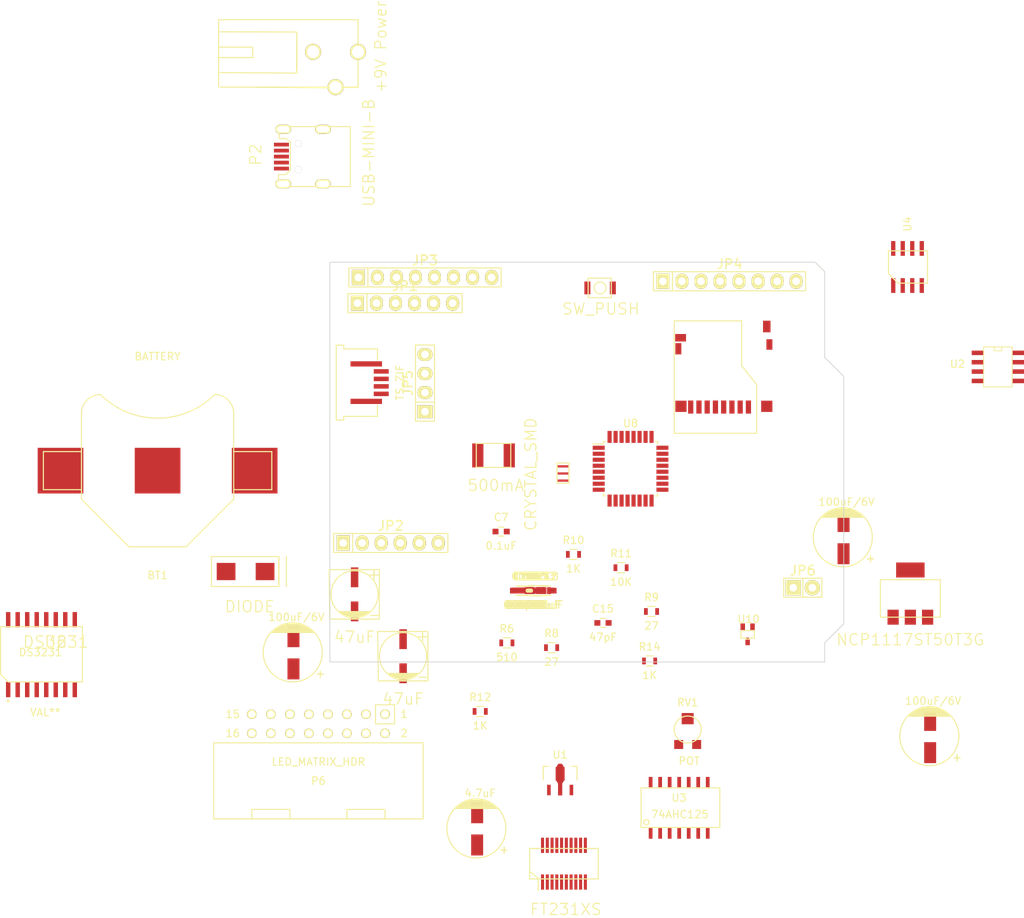
<source format=kicad_pcb>
(kicad_pcb (version 4) (host pcbnew "(2014-12-28 BZR 5260)-product")

  (general
    (links 199)
    (no_connects 114)
    (area 130.759999 86.309999 199.440001 139.750001)
    (thickness 1.6)
    (drawings 11)
    (tracks 0)
    (zones 0)
    (modules 64)
    (nets 78)
  )

  (page A)
  (title_block
    (title "tapMatrix Shield: Footprint")
    (date "12 Feb 2014")
    (rev 0.4.1)
    (company "Responsive Devices Inc")
  )

  (layers
    (0 F.Cu signal)
    (31 B.Cu signal hide)
    (32 B.Adhes user hide)
    (33 F.Adhes user)
    (34 B.Paste user hide)
    (35 F.Paste user)
    (36 B.SilkS user)
    (37 F.SilkS user)
    (38 B.Mask user hide)
    (39 F.Mask user)
    (40 Dwgs.User user hide)
    (41 Cmts.User user)
    (42 Eco1.User user)
    (43 Eco2.User user)
    (44 Edge.Cuts user)
    (45 Margin user)
    (46 B.CrtYd user hide)
    (47 F.CrtYd user)
    (48 B.Fab user hide)
    (49 F.Fab user)
  )

  (setup
    (last_trace_width 0.254)
    (user_trace_width 0.254)
    (user_trace_width 0.3556)
    (user_trace_width 0.508)
    (trace_clearance 0.254)
    (zone_clearance 0.508)
    (zone_45_only yes)
    (trace_min 0.1524)
    (segment_width 0.2)
    (edge_width 0.1)
    (via_size 0.889)
    (via_drill 0.635)
    (via_min_size 0.508)
    (via_min_drill 0.3302)
    (uvia_size 0.508)
    (uvia_drill 0.127)
    (uvias_allowed no)
    (uvia_min_size 0.381)
    (uvia_min_drill 0.0127)
    (pcb_text_width 0.3)
    (pcb_text_size 1.5 1.5)
    (mod_edge_width 0.15)
    (mod_text_size 1 1)
    (mod_text_width 0.15)
    (pad_size 1.45 1)
    (pad_drill 0)
    (pad_to_mask_clearance 0)
    (aux_axis_origin 0 0)
    (visible_elements FFFFFB7F)
    (pcbplotparams
      (layerselection 0x010fc_80000001)
      (usegerberextensions true)
      (excludeedgelayer true)
      (linewidth 0.152400)
      (plotframeref false)
      (viasonmask false)
      (mode 1)
      (useauxorigin false)
      (hpglpennumber 1)
      (hpglpenspeed 20)
      (hpglpendiameter 15)
      (hpglpenoverlay 2)
      (psnegative false)
      (psa4output false)
      (plotreference true)
      (plotvalue false)
      (plotinvisibletext false)
      (padsonsilk false)
      (subtractmaskfromsilk false)
      (outputformat 1)
      (mirror false)
      (drillshape 0)
      (scaleselection 1)
      (outputdirectory Gerber/))
  )

  (net 0 "")
  (net 1 +5V)
  (net 2 GND)
  (net 3 "Net-(C7-Pad2)")
  (net 4 "Net-(C8-Pad1)")
  (net 5 "Net-(C9-Pad1)")
  (net 6 "Net-(C9-Pad2)")
  (net 7 "Net-(BT1-Pad1)")
  (net 8 /I2C_SCL)
  (net 9 /I2C_SDA)
  (net 10 /XM)
  (net 11 /YP)
  (net 12 /XP)
  (net 13 /YM)
  (net 14 /SCK)
  (net 15 /MISO)
  (net 16 /MOSI)
  (net 17 /SD_CS)
  (net 18 /MATRIX_WR)
  (net 19 /MATRIX_DATA)
  (net 20 /DAC_LAT)
  (net 21 /DAC_DI)
  (net 22 /DAC_SCK)
  (net 23 /DAC_CS)
  (net 24 /MATRIX_CS)
  (net 25 /MATRIX_CLK)
  (net 26 "Net-(R4-Pad2)")
  (net 27 /SCLK)
  (net 28 /CS)
  (net 29 "Net-(P6-Pad9)")
  (net 30 "Net-(P6-Pad10)")
  (net 31 "Net-(P6-Pad6)")
  (net 32 "Net-(P6-Pad3)")
  (net 33 "Net-(P6-Pad4)")
  (net 34 "Net-(U5-Pad1)")
  (net 35 "Net-(U5-Pad8)")
  (net 36 /DATA_IN)
  (net 37 +3.3V)
  (net 38 "Net-(U3-Pad11)")
  (net 39 "Net-(U3-Pad12)")
  (net 40 "Net-(U3-Pad13)")
  (net 41 "Net-(RV1-Pad2)")
  (net 42 "Net-(U6-Pad1)")
  (net 43 "Net-(U6-Pad3)")
  (net 44 "Net-(U6-Pad4)")
  (net 45 "Net-(C10-Pad1)")
  (net 46 "Net-(C13-Pad1)")
  (net 47 "Net-(C14-Pad1)")
  (net 48 "Net-(C15-Pad1)")
  (net 49 "Net-(C16-Pad1)")
  (net 50 "Net-(D1-Pad1)")
  (net 51 "Net-(D2-Pad1)")
  (net 52 "Net-(D3-Pad1)")
  (net 53 "Net-(D4-Pad1)")
  (net 54 "Net-(D4-Pad2)")
  (net 55 "Net-(D5-Pad1)")
  (net 56 "Net-(D5-Pad2)")
  (net 57 /RESET)
  (net 58 /D8)
  (net 59 "Net-(JP2-Pad6)")
  (net 60 "Net-(P2-Pad4)")
  (net 61 "Net-(R8-Pad2)")
  (net 62 "Net-(R9-Pad2)")
  (net 63 "Net-(R10-Pad1)")
  (net 64 "Net-(R11-Pad2)")
  (net 65 "Net-(R12-Pad1)")
  (net 66 "Net-(U8-Pad7)")
  (net 67 "Net-(U8-Pad8)")
  (net 68 /D9)
  (net 69 "Net-(U8-Pad19)")
  (net 70 "Net-(U8-Pad22)")
  (net 71 "Net-(U9-Pad18)")
  (net 72 "Net-(U9-Pad19)")
  (net 73 "Net-(U9-Pad2)")
  (net 74 "Net-(U9-Pad5)")
  (net 75 "Net-(U9-Pad7)")
  (net 76 "Net-(U9-Pad8)")
  (net 77 "Net-(U9-Pad9)")

  (net_class Default "This is the default net class."
    (clearance 0.254)
    (trace_width 0.254)
    (via_dia 0.889)
    (via_drill 0.635)
    (uvia_dia 0.508)
    (uvia_drill 0.127)
    (add_net +3.3V)
    (add_net /D8)
    (add_net /D9)
    (add_net /DATA_IN)
    (add_net /RESET)
    (add_net "Net-(C10-Pad1)")
    (add_net "Net-(C13-Pad1)")
    (add_net "Net-(C14-Pad1)")
    (add_net "Net-(C15-Pad1)")
    (add_net "Net-(C16-Pad1)")
    (add_net "Net-(D1-Pad1)")
    (add_net "Net-(D2-Pad1)")
    (add_net "Net-(D3-Pad1)")
    (add_net "Net-(D4-Pad1)")
    (add_net "Net-(D4-Pad2)")
    (add_net "Net-(D5-Pad1)")
    (add_net "Net-(D5-Pad2)")
    (add_net "Net-(JP2-Pad6)")
    (add_net "Net-(P2-Pad4)")
    (add_net "Net-(R10-Pad1)")
    (add_net "Net-(R11-Pad2)")
    (add_net "Net-(R12-Pad1)")
    (add_net "Net-(R8-Pad2)")
    (add_net "Net-(R9-Pad2)")
    (add_net "Net-(RV1-Pad2)")
    (add_net "Net-(U3-Pad11)")
    (add_net "Net-(U3-Pad12)")
    (add_net "Net-(U3-Pad13)")
    (add_net "Net-(U5-Pad1)")
    (add_net "Net-(U5-Pad8)")
    (add_net "Net-(U6-Pad1)")
    (add_net "Net-(U6-Pad3)")
    (add_net "Net-(U6-Pad4)")
    (add_net "Net-(U8-Pad19)")
    (add_net "Net-(U8-Pad22)")
    (add_net "Net-(U8-Pad7)")
    (add_net "Net-(U8-Pad8)")
    (add_net "Net-(U9-Pad18)")
    (add_net "Net-(U9-Pad19)")
    (add_net "Net-(U9-Pad2)")
    (add_net "Net-(U9-Pad5)")
    (add_net "Net-(U9-Pad7)")
    (add_net "Net-(U9-Pad8)")
    (add_net "Net-(U9-Pad9)")
  )

  (net_class Power ""
    (clearance 0.381)
    (trace_width 0.762)
    (via_dia 1.27)
    (via_drill 0.889)
    (uvia_dia 0.508)
    (uvia_drill 0.127)
    (add_net +5V)
  )

  (net_class Signal ""
    (clearance 0.1524)
    (trace_width 0.254)
    (via_dia 0.889)
    (via_drill 0.635)
    (uvia_dia 0.508)
    (uvia_drill 0.127)
    (add_net /CS)
    (add_net /DAC_CS)
    (add_net /DAC_DI)
    (add_net /DAC_LAT)
    (add_net /DAC_SCK)
    (add_net /I2C_SCL)
    (add_net /I2C_SDA)
    (add_net /MATRIX_CLK)
    (add_net /MATRIX_CS)
    (add_net /MATRIX_DATA)
    (add_net /MATRIX_WR)
    (add_net /MISO)
    (add_net /MOSI)
    (add_net /SCK)
    (add_net /SCLK)
    (add_net /SD_CS)
    (add_net /XM)
    (add_net /XP)
    (add_net /YM)
    (add_net /YP)
    (add_net GND)
    (add_net "Net-(BT1-Pad1)")
    (add_net "Net-(C7-Pad2)")
    (add_net "Net-(C8-Pad1)")
    (add_net "Net-(C9-Pad1)")
    (add_net "Net-(C9-Pad2)")
    (add_net "Net-(P6-Pad10)")
    (add_net "Net-(P6-Pad3)")
    (add_net "Net-(P6-Pad4)")
    (add_net "Net-(P6-Pad6)")
    (add_net "Net-(P6-Pad9)")
    (add_net "Net-(R4-Pad2)")
  )

  (module tapmatrix:R_0603 (layer F.Cu) (tedit 5415CC62) (tstamp 551CDABC)
    (at 173.736 132.969)
    (descr "Resistor SMD 0603, reflow soldering, Vishay (see dcrcw.pdf)")
    (tags "resistor 0603")
    (path /5507D8C4)
    (attr smd)
    (fp_text reference R9 (at 0 -1.9) (layer F.SilkS)
      (effects (font (size 1 1) (thickness 0.15)))
    )
    (fp_text value 27 (at 0 1.9) (layer F.SilkS)
      (effects (font (size 1 1) (thickness 0.15)))
    )
    (fp_line (start -1.3 -0.8) (end 1.3 -0.8) (layer F.CrtYd) (width 0.05))
    (fp_line (start -1.3 0.8) (end 1.3 0.8) (layer F.CrtYd) (width 0.05))
    (fp_line (start -1.3 -0.8) (end -1.3 0.8) (layer F.CrtYd) (width 0.05))
    (fp_line (start 1.3 -0.8) (end 1.3 0.8) (layer F.CrtYd) (width 0.05))
    (fp_line (start 0.5 0.675) (end -0.5 0.675) (layer F.SilkS) (width 0.15))
    (fp_line (start -0.5 -0.675) (end 0.5 -0.675) (layer F.SilkS) (width 0.15))
    (pad 1 smd rect (at -0.75 0) (size 0.5 0.9) (layers F.Cu F.Paste F.Mask)
      (net 49 "Net-(C16-Pad1)"))
    (pad 2 smd rect (at 0.75 0) (size 0.5 0.9) (layers F.Cu F.Paste F.Mask)
      (net 62 "Net-(R9-Pad2)"))
    (model Resistors_SMD/R_0603.wrl
      (at (xyz 0 0 0))
      (scale (xyz 1 1 1))
      (rotate (xyz 0 0 0))
    )
  )

  (module tapmatrix:R_0603 (layer F.Cu) (tedit 5415CC62) (tstamp 551CDAE0)
    (at 150.876 146.304)
    (descr "Resistor SMD 0603, reflow soldering, Vishay (see dcrcw.pdf)")
    (tags "resistor 0603")
    (path /5509798B)
    (attr smd)
    (fp_text reference R12 (at 0 -1.9) (layer F.SilkS)
      (effects (font (size 1 1) (thickness 0.15)))
    )
    (fp_text value 1K (at 0 1.9) (layer F.SilkS)
      (effects (font (size 1 1) (thickness 0.15)))
    )
    (fp_line (start -1.3 -0.8) (end 1.3 -0.8) (layer F.CrtYd) (width 0.05))
    (fp_line (start -1.3 0.8) (end 1.3 0.8) (layer F.CrtYd) (width 0.05))
    (fp_line (start -1.3 -0.8) (end -1.3 0.8) (layer F.CrtYd) (width 0.05))
    (fp_line (start 1.3 -0.8) (end 1.3 0.8) (layer F.CrtYd) (width 0.05))
    (fp_line (start 0.5 0.675) (end -0.5 0.675) (layer F.SilkS) (width 0.15))
    (fp_line (start -0.5 -0.675) (end 0.5 -0.675) (layer F.SilkS) (width 0.15))
    (pad 1 smd rect (at -0.75 0) (size 0.5 0.9) (layers F.Cu F.Paste F.Mask)
      (net 65 "Net-(R12-Pad1)"))
    (pad 2 smd rect (at 0.75 0) (size 0.5 0.9) (layers F.Cu F.Paste F.Mask)
      (net 25 /MATRIX_CLK))
    (model Resistors_SMD/R_0603.wrl
      (at (xyz 0 0 0))
      (scale (xyz 1 1 1))
      (rotate (xyz 0 0 0))
    )
  )

  (module tapmatrix:R_0603 (layer F.Cu) (tedit 5415CC62) (tstamp 551CDAF8)
    (at 173.482 139.573)
    (descr "Resistor SMD 0603, reflow soldering, Vishay (see dcrcw.pdf)")
    (tags "resistor 0603")
    (path /5509562B)
    (attr smd)
    (fp_text reference R14 (at 0 -1.9) (layer F.SilkS)
      (effects (font (size 1 1) (thickness 0.15)))
    )
    (fp_text value 1K (at 0 1.9) (layer F.SilkS)
      (effects (font (size 1 1) (thickness 0.15)))
    )
    (fp_line (start -1.3 -0.8) (end 1.3 -0.8) (layer F.CrtYd) (width 0.05))
    (fp_line (start -1.3 0.8) (end 1.3 0.8) (layer F.CrtYd) (width 0.05))
    (fp_line (start -1.3 -0.8) (end -1.3 0.8) (layer F.CrtYd) (width 0.05))
    (fp_line (start 1.3 -0.8) (end 1.3 0.8) (layer F.CrtYd) (width 0.05))
    (fp_line (start 0.5 0.675) (end -0.5 0.675) (layer F.SilkS) (width 0.15))
    (fp_line (start -0.5 -0.675) (end 0.5 -0.675) (layer F.SilkS) (width 0.15))
    (pad 1 smd rect (at -0.75 0) (size 0.5 0.9) (layers F.Cu F.Paste F.Mask)
      (net 55 "Net-(D5-Pad1)"))
    (pad 2 smd rect (at 0.75 0) (size 0.5 0.9) (layers F.Cu F.Paste F.Mask)
      (net 1 +5V))
    (model Resistors_SMD/R_0603.wrl
      (at (xyz 0 0 0))
      (scale (xyz 1 1 1))
      (rotate (xyz 0 0 0))
    )
  )

  (module tapmatrix:R_0603 (layer F.Cu) (tedit 5415CC62) (tstamp 551CDAD4)
    (at 169.672 127.127)
    (descr "Resistor SMD 0603, reflow soldering, Vishay (see dcrcw.pdf)")
    (tags "resistor 0603")
    (path /5508F506)
    (attr smd)
    (fp_text reference R11 (at 0 -1.9) (layer F.SilkS)
      (effects (font (size 1 1) (thickness 0.15)))
    )
    (fp_text value 10K (at 0 1.9) (layer F.SilkS)
      (effects (font (size 1 1) (thickness 0.15)))
    )
    (fp_line (start -1.3 -0.8) (end 1.3 -0.8) (layer F.CrtYd) (width 0.05))
    (fp_line (start -1.3 0.8) (end 1.3 0.8) (layer F.CrtYd) (width 0.05))
    (fp_line (start -1.3 -0.8) (end -1.3 0.8) (layer F.CrtYd) (width 0.05))
    (fp_line (start 1.3 -0.8) (end 1.3 0.8) (layer F.CrtYd) (width 0.05))
    (fp_line (start 0.5 0.675) (end -0.5 0.675) (layer F.SilkS) (width 0.15))
    (fp_line (start -0.5 -0.675) (end 0.5 -0.675) (layer F.SilkS) (width 0.15))
    (pad 1 smd rect (at -0.75 0) (size 0.5 0.9) (layers F.Cu F.Paste F.Mask)
      (net 37 +3.3V))
    (pad 2 smd rect (at 0.75 0) (size 0.5 0.9) (layers F.Cu F.Paste F.Mask)
      (net 64 "Net-(R11-Pad2)"))
    (model Resistors_SMD/R_0603.wrl
      (at (xyz 0 0 0))
      (scale (xyz 1 1 1))
      (rotate (xyz 0 0 0))
    )
  )

  (module tapmatrix:SW_3BU_1000P (layer F.Cu) (tedit 551B3698) (tstamp 551CEB3B)
    (at 166.878 89.789)
    (path /54E7EA59)
    (fp_text reference SW1 (at 0 -2.7) (layer F.SilkS) hide
      (effects (font (size 1.5 1.5) (thickness 0.15)))
    )
    (fp_text value SW_PUSH (at 0.1 2.8) (layer F.SilkS)
      (effects (font (size 1.5 1.5) (thickness 0.15)))
    )
    (fp_line (start -1.6 -1.3) (end -1.6 1.3) (layer F.SilkS) (width 0.15))
    (fp_line (start 1.5 1.3) (end -1.5 1.3) (layer F.SilkS) (width 0.15))
    (fp_line (start -1.5 -1.3) (end 1.5 -1.3) (layer F.SilkS) (width 0.15))
    (fp_line (start 1.5 -1.3) (end 1.5 1.3) (layer F.SilkS) (width 0.15))
    (fp_circle (center 0 0) (end 0 -0.8) (layer F.SilkS) (width 0.15))
    (pad 1 smd rect (at -1.7 0) (size 0.8 1.7) (layers F.Cu F.Paste F.Mask)
      (net 2 GND))
    (pad 2 smd rect (at 1.7 0) (size 0.8 1.7) (layers F.Cu F.Paste F.Mask)
      (net 57 /RESET))
  )

  (module tapmatrix:TS922_SO8 (layer F.Cu) (tedit 54DD8CC8) (tstamp 551CDB61)
    (at 207.899 86.995)
    (path /53F6DDA6)
    (fp_text reference U4 (at 0 -5.715 90) (layer F.SilkS)
      (effects (font (size 1 1) (thickness 0.15)))
    )
    (fp_text value TS922 (at 0.508 -5.08) (layer F.SilkS) hide
      (effects (font (size 1 1) (thickness 0.15)))
    )
    (fp_line (start -2.54 0.889) (end -2.54 -2.159) (layer F.SilkS) (width 0.15))
    (fp_line (start -1.27 2.159) (end -2.54 0.889) (layer F.SilkS) (width 0.15))
    (fp_line (start 2.667 2.159) (end -1.27 2.159) (layer F.SilkS) (width 0.15))
    (fp_line (start 2.667 -2.159) (end 2.667 2.159) (layer F.SilkS) (width 0.15))
    (fp_line (start -2.54 -2.159) (end 2.667 -2.159) (layer F.SilkS) (width 0.15))
    (pad 8 smd rect (at -1.905 -2.475) (size 0.57 1.97) (layers F.Cu F.Paste F.Mask)
      (net 1 +5V))
    (pad 7 smd rect (at -0.635 -2.475) (size 0.57 1.97) (layers F.Cu F.Paste F.Mask)
      (net 5 "Net-(C9-Pad1)"))
    (pad 6 smd rect (at 0.635 -2.475) (size 0.57 1.97) (layers F.Cu F.Paste F.Mask)
      (net 5 "Net-(C9-Pad1)"))
    (pad 5 smd rect (at 1.905 -2.475) (size 0.57 1.97) (layers F.Cu F.Paste F.Mask)
      (net 41 "Net-(RV1-Pad2)"))
    (pad 1 smd rect (at -1.905 2.475) (size 0.57 1.97) (layers F.Cu F.Paste F.Mask)
      (net 5 "Net-(C9-Pad1)"))
    (pad 2 smd rect (at -0.635 2.475) (size 0.57 1.97) (layers F.Cu F.Paste F.Mask)
      (net 5 "Net-(C9-Pad1)"))
    (pad 3 smd rect (at 0.635 2.475) (size 0.57 1.97) (layers F.Cu F.Paste F.Mask)
      (net 41 "Net-(RV1-Pad2)"))
    (pad 4 smd rect (at 1.905 2.475) (size 0.57 1.97) (layers F.Cu F.Paste F.Mask)
      (net 2 GND))
  )

  (module tapmatrix:Fuse_MF_MSMF (layer F.Cu) (tedit 551B3D89) (tstamp 551CD982)
    (at 152.654 112.141)
    (path /55080316)
    (fp_text reference F1 (at 0 -4.1) (layer F.SilkS) hide
      (effects (font (size 1.5 1.5) (thickness 0.15)))
    )
    (fp_text value 500mA (at 0.3 4) (layer F.SilkS)
      (effects (font (size 1.5 1.5) (thickness 0.15)))
    )
    (fp_line (start -2.3 1.6) (end -2.3 -1.6) (layer F.SilkS) (width 0.15))
    (fp_line (start 2.3 1.6) (end -2.3 1.6) (layer F.SilkS) (width 0.15))
    (fp_line (start 2.3 -1.6) (end 2.3 1.6) (layer F.SilkS) (width 0.15))
    (fp_line (start -2.3 -1.6) (end 2.3 -1.6) (layer F.SilkS) (width 0.15))
    (pad 1 smd rect (at -2.1 0) (size 1.5 3.2) (layers F.Cu F.Paste F.Mask)
      (net 47 "Net-(C14-Pad1)"))
    (pad 2 smd rect (at 2.1 0) (size 1.5 3.2) (layers F.Cu F.Paste F.Mask)
      (net 1 +5V))
  )

  (module tapmatrix:Pin_Header_Straight_1x02 (layer F.Cu) (tedit 544F2AB1) (tstamp 551CE51A)
    (at 193.929 129.794)
    (descr "Through hole pin header")
    (tags "pin header")
    (path /53F6E48F)
    (fp_text reference JP6 (at 0 -2.286) (layer F.SilkS)
      (effects (font (size 1.27 1.27) (thickness 0.2032)))
    )
    (fp_text value SPKR (at 0 0) (layer F.SilkS) hide
      (effects (font (size 1.27 1.27) (thickness 0.2032)))
    )
    (fp_line (start 0 -1.27) (end 0 1.27) (layer F.SilkS) (width 0.15))
    (fp_line (start -2.54 -1.27) (end -2.54 1.27) (layer F.SilkS) (width 0.15))
    (fp_line (start -2.54 1.27) (end 0 1.27) (layer F.SilkS) (width 0.15))
    (fp_line (start 0 1.27) (end 2.54 1.27) (layer F.SilkS) (width 0.15))
    (fp_line (start 2.54 1.27) (end 2.54 -1.27) (layer F.SilkS) (width 0.15))
    (fp_line (start 2.54 -1.27) (end -2.54 -1.27) (layer F.SilkS) (width 0.15))
    (pad 1 thru_hole rect (at -1.27 0) (size 2.032 2.032) (drill 1.016) (layers *.Cu *.Mask F.SilkS)
      (net 2 GND))
    (pad 2 thru_hole oval (at 1.27 0) (size 2.032 2.032) (drill 1.016) (layers *.Cu *.Mask F.SilkS)
      (net 6 "Net-(C9-Pad2)"))
    (model Pin_Headers/Pin_Header_Straight_1x02.wrl
      (at (xyz 0 0 0))
      (scale (xyz 1 1 1))
      (rotate (xyz 0 0 0))
    )
  )

  (module tapmatrix:Pin_Header_Straight_1x06 (layer F.Cu) (tedit 544F2A87) (tstamp 551CD9A4)
    (at 138.938 123.825)
    (descr "Through hole pin header")
    (tags "pin header")
    (path /55198608)
    (fp_text reference JP2 (at 0 -2.286) (layer F.SilkS)
      (effects (font (size 1.27 1.27) (thickness 0.2032)))
    )
    (fp_text value nRF8001 (at 0 0) (layer F.SilkS) hide
      (effects (font (size 1.27 1.27) (thickness 0.2032)))
    )
    (fp_line (start -5.08 -1.27) (end 7.62 -1.27) (layer F.SilkS) (width 0.15))
    (fp_line (start 7.62 -1.27) (end 7.62 1.27) (layer F.SilkS) (width 0.15))
    (fp_line (start 7.62 1.27) (end -5.08 1.27) (layer F.SilkS) (width 0.15))
    (fp_line (start -7.62 -1.27) (end -5.08 -1.27) (layer F.SilkS) (width 0.15))
    (fp_line (start -5.08 -1.27) (end -5.08 1.27) (layer F.SilkS) (width 0.15))
    (fp_line (start -7.62 -1.27) (end -7.62 1.27) (layer F.SilkS) (width 0.15))
    (fp_line (start -7.62 1.27) (end -5.08 1.27) (layer F.SilkS) (width 0.15))
    (pad 1 thru_hole rect (at -6.35 0) (size 1.7272 2.032) (drill 1.016) (layers *.Cu *.Mask F.SilkS)
      (net 14 /SCK))
    (pad 2 thru_hole oval (at -3.81 0) (size 1.7272 2.032) (drill 1.016) (layers *.Cu *.Mask F.SilkS)
      (net 15 /MISO))
    (pad 3 thru_hole oval (at -1.27 0) (size 1.7272 2.032) (drill 1.016) (layers *.Cu *.Mask F.SilkS)
      (net 16 /MOSI))
    (pad 4 thru_hole oval (at 1.27 0) (size 1.7272 2.032) (drill 1.016) (layers *.Cu *.Mask F.SilkS)
      (net 58 /D8))
    (pad 5 thru_hole oval (at 3.81 0) (size 1.7272 2.032) (drill 1.016) (layers *.Cu *.Mask F.SilkS)
      (net 22 /DAC_SCK))
    (pad 6 thru_hole oval (at 6.35 0) (size 1.7272 2.032) (drill 1.016) (layers *.Cu *.Mask F.SilkS)
      (net 59 "Net-(JP2-Pad6)"))
    (model Pin_Headers/Pin_Header_Straight_1x06.wrl
      (at (xyz 0 0 0))
      (scale (xyz 1 1 1))
      (rotate (xyz 0 0 0))
    )
  )

  (module tapmatrix:D_0603 (layer F.Cu) (tedit 551A3AC5) (tstamp 551CD96B)
    (at 157.203838 130.184993)
    (descr "Capacitor SMD 0603, reflow soldering, AVX (see smccp.pdf)")
    (tags "capacitor 0603")
    (path /55096424)
    (attr smd)
    (fp_text reference D4 (at 0 -1.9) (layer F.SilkS) hide
      (effects (font (size 1 1) (thickness 0.15)))
    )
    (fp_text value TXLED (at 0 1.9) (layer F.SilkS)
      (effects (font (size 1 1) (thickness 0.15)))
    )
    (fp_circle (center 0 0) (end -0.2 0) (layer F.SilkS) (width 0.15))
    (fp_line (start -1.45 -0.75) (end 1.45 -0.75) (layer F.CrtYd) (width 0.05))
    (fp_line (start -1.45 0.75) (end 1.45 0.75) (layer F.CrtYd) (width 0.05))
    (fp_line (start -1.45 -0.75) (end -1.45 0.75) (layer F.CrtYd) (width 0.05))
    (fp_line (start 1.45 -0.75) (end 1.45 0.75) (layer F.CrtYd) (width 0.05))
    (fp_line (start -0.35 -0.6) (end 0.35 -0.6) (layer F.SilkS) (width 0.15))
    (fp_line (start 0.35 0.6) (end -0.35 0.6) (layer F.SilkS) (width 0.15))
    (pad 1 smd rect (at -0.75 0) (size 0.8 0.75) (layers F.Cu F.Paste F.Mask)
      (net 53 "Net-(D4-Pad1)"))
    (pad 2 smd rect (at 0.75 0) (size 0.8 0.75) (layers F.Cu F.Paste F.Mask)
      (net 54 "Net-(D4-Pad2)"))
    (model Capacitors_SMD/C_0603J.wrl
      (at (xyz 0 0 0))
      (scale (xyz 1 1 1))
      (rotate (xyz 0 0 0))
    )
  )

  (module tapmatrix:D_0603 (layer F.Cu) (tedit 551A3AC5) (tstamp 551CD95E)
    (at 157.354644 130.184993)
    (descr "Capacitor SMD 0603, reflow soldering, AVX (see smccp.pdf)")
    (tags "capacitor 0603")
    (path /54E9DE05)
    (attr smd)
    (fp_text reference D3 (at 0 -1.9) (layer F.SilkS) hide
      (effects (font (size 1 1) (thickness 0.15)))
    )
    (fp_text value LED (at 0 1.9) (layer F.SilkS)
      (effects (font (size 1 1) (thickness 0.15)))
    )
    (fp_circle (center 0 0) (end -0.2 0) (layer F.SilkS) (width 0.15))
    (fp_line (start -1.45 -0.75) (end 1.45 -0.75) (layer F.CrtYd) (width 0.05))
    (fp_line (start -1.45 0.75) (end 1.45 0.75) (layer F.CrtYd) (width 0.05))
    (fp_line (start -1.45 -0.75) (end -1.45 0.75) (layer F.CrtYd) (width 0.05))
    (fp_line (start 1.45 -0.75) (end 1.45 0.75) (layer F.CrtYd) (width 0.05))
    (fp_line (start -0.35 -0.6) (end 0.35 -0.6) (layer F.SilkS) (width 0.15))
    (fp_line (start 0.35 0.6) (end -0.35 0.6) (layer F.SilkS) (width 0.15))
    (pad 1 smd rect (at -0.75 0) (size 0.8 0.75) (layers F.Cu F.Paste F.Mask)
      (net 52 "Net-(D3-Pad1)"))
    (pad 2 smd rect (at 0.75 0) (size 0.8 0.75) (layers F.Cu F.Paste F.Mask)
      (net 2 GND))
    (model Capacitors_SMD/C_0603J.wrl
      (at (xyz 0 0 0))
      (scale (xyz 1 1 1))
      (rotate (xyz 0 0 0))
    )
  )

  (module tapmatrix:SOT-323 (layer F.Cu) (tedit 551CCBFF) (tstamp 551CDC00)
    (at 186.563 136.017)
    (tags "SMD SOT")
    (path /5508EE45)
    (attr smd)
    (fp_text reference U10 (at 0.127 -2.032) (layer F.SilkS)
      (effects (font (size 1 1) (thickness 0.15)))
    )
    (fp_text value 2N7002PW (at 0 0) (layer F.Fab) hide
      (effects (font (size 1 1) (thickness 0.15)))
    )
    (fp_line (start 0.254 0.508) (end 0.889 0.508) (layer F.SilkS) (width 0.15))
    (fp_line (start 0.889 0.508) (end 0.889 -0.508) (layer F.SilkS) (width 0.15))
    (fp_line (start -0.889 -0.508) (end -0.889 0.508) (layer F.SilkS) (width 0.15))
    (fp_line (start -0.889 0.508) (end -0.254 0.508) (layer F.SilkS) (width 0.15))
    (fp_line (start 0.254 0.635) (end 0.254 0.508) (layer F.SilkS) (width 0.15))
    (fp_line (start -0.254 0.508) (end -0.254 0.635) (layer F.SilkS) (width 0.15))
    (fp_line (start 0.889 -0.508) (end -0.889 -0.508) (layer F.SilkS) (width 0.15))
    (fp_line (start -0.254 0.635) (end 0.254 0.635) (layer F.SilkS) (width 0.15))
    (pad 2 smd rect (at -0.65024 -0.94996) (size 0.59944 1.00076) (layers F.Cu F.Paste F.Mask)
      (net 64 "Net-(R11-Pad2)"))
    (pad 1 smd rect (at 0.65024 -0.94996) (size 0.59944 1.00076) (layers F.Cu F.Paste F.Mask)
      (net 37 +3.3V))
    (pad 3 smd rect (at 0 0.94996) (size 0.59944 1.00076) (layers F.Cu F.Paste F.Mask)
      (net 57 /RESET))
    (model SMD_Packages.3dshapes/SOT-323.wrl
      (at (xyz 0 0 0.001))
      (scale (xyz 0.3937 0.3937 0.3937))
      (rotate (xyz 0 0 0))
    )
  )

  (module tapmatrix:R_0603 (layer F.Cu) (tedit 5415CC62) (tstamp 551CDA98)
    (at 154.432 137.16)
    (descr "Resistor SMD 0603, reflow soldering, Vishay (see dcrcw.pdf)")
    (tags "resistor 0603")
    (path /54E7442A)
    (attr smd)
    (fp_text reference R6 (at 0 -1.9) (layer F.SilkS)
      (effects (font (size 1 1) (thickness 0.15)))
    )
    (fp_text value 510 (at 0 1.9) (layer F.SilkS)
      (effects (font (size 1 1) (thickness 0.15)))
    )
    (fp_line (start -1.3 -0.8) (end 1.3 -0.8) (layer F.CrtYd) (width 0.05))
    (fp_line (start -1.3 0.8) (end 1.3 0.8) (layer F.CrtYd) (width 0.05))
    (fp_line (start -1.3 -0.8) (end -1.3 0.8) (layer F.CrtYd) (width 0.05))
    (fp_line (start 1.3 -0.8) (end 1.3 0.8) (layer F.CrtYd) (width 0.05))
    (fp_line (start 0.5 0.675) (end -0.5 0.675) (layer F.SilkS) (width 0.15))
    (fp_line (start -0.5 -0.675) (end 0.5 -0.675) (layer F.SilkS) (width 0.15))
    (pad 1 smd rect (at -0.75 0) (size 0.5 0.9) (layers F.Cu F.Paste F.Mask)
      (net 1 +5V))
    (pad 2 smd rect (at 0.75 0) (size 0.5 0.9) (layers F.Cu F.Paste F.Mask)
      (net 51 "Net-(D2-Pad1)"))
    (model Resistors_SMD/R_0603.wrl
      (at (xyz 0 0 0))
      (scale (xyz 1 1 1))
      (rotate (xyz 0 0 0))
    )
  )

  (module tapmatrix:R_0603 (layer F.Cu) (tedit 5415CC62) (tstamp 551CDAB0)
    (at 160.401 137.795)
    (descr "Resistor SMD 0603, reflow soldering, Vishay (see dcrcw.pdf)")
    (tags "resistor 0603")
    (path /5507D3DB)
    (attr smd)
    (fp_text reference R8 (at 0 -1.9) (layer F.SilkS)
      (effects (font (size 1 1) (thickness 0.15)))
    )
    (fp_text value 27 (at 0 1.9) (layer F.SilkS)
      (effects (font (size 1 1) (thickness 0.15)))
    )
    (fp_line (start -1.3 -0.8) (end 1.3 -0.8) (layer F.CrtYd) (width 0.05))
    (fp_line (start -1.3 0.8) (end 1.3 0.8) (layer F.CrtYd) (width 0.05))
    (fp_line (start -1.3 -0.8) (end -1.3 0.8) (layer F.CrtYd) (width 0.05))
    (fp_line (start 1.3 -0.8) (end 1.3 0.8) (layer F.CrtYd) (width 0.05))
    (fp_line (start 0.5 0.675) (end -0.5 0.675) (layer F.SilkS) (width 0.15))
    (fp_line (start -0.5 -0.675) (end 0.5 -0.675) (layer F.SilkS) (width 0.15))
    (pad 1 smd rect (at -0.75 0) (size 0.5 0.9) (layers F.Cu F.Paste F.Mask)
      (net 48 "Net-(C15-Pad1)"))
    (pad 2 smd rect (at 0.75 0) (size 0.5 0.9) (layers F.Cu F.Paste F.Mask)
      (net 61 "Net-(R8-Pad2)"))
    (model Resistors_SMD/R_0603.wrl
      (at (xyz 0 0 0))
      (scale (xyz 1 1 1))
      (rotate (xyz 0 0 0))
    )
  )

  (module tapmatrix:R_0603 (layer F.Cu) (tedit 5415CC62) (tstamp 551CDAC8)
    (at 163.322 125.349)
    (descr "Resistor SMD 0603, reflow soldering, Vishay (see dcrcw.pdf)")
    (tags "resistor 0603")
    (path /5509762E)
    (attr smd)
    (fp_text reference R10 (at 0 -1.9) (layer F.SilkS)
      (effects (font (size 1 1) (thickness 0.15)))
    )
    (fp_text value 1K (at 0 1.9) (layer F.SilkS)
      (effects (font (size 1 1) (thickness 0.15)))
    )
    (fp_line (start -1.3 -0.8) (end 1.3 -0.8) (layer F.CrtYd) (width 0.05))
    (fp_line (start -1.3 0.8) (end 1.3 0.8) (layer F.CrtYd) (width 0.05))
    (fp_line (start -1.3 -0.8) (end -1.3 0.8) (layer F.CrtYd) (width 0.05))
    (fp_line (start 1.3 -0.8) (end 1.3 0.8) (layer F.CrtYd) (width 0.05))
    (fp_line (start 0.5 0.675) (end -0.5 0.675) (layer F.SilkS) (width 0.15))
    (fp_line (start -0.5 -0.675) (end 0.5 -0.675) (layer F.SilkS) (width 0.15))
    (pad 1 smd rect (at -0.75 0) (size 0.5 0.9) (layers F.Cu F.Paste F.Mask)
      (net 63 "Net-(R10-Pad1)"))
    (pad 2 smd rect (at 0.75 0) (size 0.5 0.9) (layers F.Cu F.Paste F.Mask)
      (net 24 /MATRIX_CS))
    (model Resistors_SMD/R_0603.wrl
      (at (xyz 0 0 0))
      (scale (xyz 1 1 1))
      (rotate (xyz 0 0 0))
    )
  )

  (module tapmatrix:C_0603 (layer F.Cu) (tedit 5415D631) (tstamp 551CD8F3)
    (at 167.259 134.493)
    (descr "Capacitor SMD 0603, reflow soldering, AVX (see smccp.pdf)")
    (tags "capacitor 0603")
    (path /550891FB)
    (attr smd)
    (fp_text reference C15 (at 0 -1.9) (layer F.SilkS)
      (effects (font (size 1 1) (thickness 0.15)))
    )
    (fp_text value 47pF (at 0 1.9) (layer F.SilkS)
      (effects (font (size 1 1) (thickness 0.15)))
    )
    (fp_line (start -1.45 -0.75) (end 1.45 -0.75) (layer F.CrtYd) (width 0.05))
    (fp_line (start -1.45 0.75) (end 1.45 0.75) (layer F.CrtYd) (width 0.05))
    (fp_line (start -1.45 -0.75) (end -1.45 0.75) (layer F.CrtYd) (width 0.05))
    (fp_line (start 1.45 -0.75) (end 1.45 0.75) (layer F.CrtYd) (width 0.05))
    (fp_line (start -0.35 -0.6) (end 0.35 -0.6) (layer F.SilkS) (width 0.15))
    (fp_line (start 0.35 0.6) (end -0.35 0.6) (layer F.SilkS) (width 0.15))
    (pad 1 smd rect (at -0.75 0) (size 0.8 0.75) (layers F.Cu F.Paste F.Mask)
      (net 48 "Net-(C15-Pad1)"))
    (pad 2 smd rect (at 0.75 0) (size 0.8 0.75) (layers F.Cu F.Paste F.Mask)
      (net 2 GND))
    (model Capacitors_SMD/C_0603J.wrl
      (at (xyz 0 0 0))
      (scale (xyz 1 1 1))
      (rotate (xyz 0 0 0))
    )
  )

  (module tapmatrix:C_0603 (layer F.Cu) (tedit 5415D631) (tstamp 551CD92B)
    (at 159.918346 130.184993)
    (descr "Capacitor SMD 0603, reflow soldering, AVX (see smccp.pdf)")
    (tags "capacitor 0603")
    (path /55087774)
    (attr smd)
    (fp_text reference C18 (at 0 -1.9) (layer F.SilkS)
      (effects (font (size 1 1) (thickness 0.15)))
    )
    (fp_text value 0.1uF (at 0 1.9) (layer F.SilkS)
      (effects (font (size 1 1) (thickness 0.15)))
    )
    (fp_line (start -1.45 -0.75) (end 1.45 -0.75) (layer F.CrtYd) (width 0.05))
    (fp_line (start -1.45 0.75) (end 1.45 0.75) (layer F.CrtYd) (width 0.05))
    (fp_line (start -1.45 -0.75) (end -1.45 0.75) (layer F.CrtYd) (width 0.05))
    (fp_line (start 1.45 -0.75) (end 1.45 0.75) (layer F.CrtYd) (width 0.05))
    (fp_line (start -0.35 -0.6) (end 0.35 -0.6) (layer F.SilkS) (width 0.15))
    (fp_line (start 0.35 0.6) (end -0.35 0.6) (layer F.SilkS) (width 0.15))
    (pad 1 smd rect (at -0.75 0) (size 0.8 0.75) (layers F.Cu F.Paste F.Mask)
      (net 1 +5V))
    (pad 2 smd rect (at 0.75 0) (size 0.8 0.75) (layers F.Cu F.Paste F.Mask)
      (net 2 GND))
    (model Capacitors_SMD/C_0603J.wrl
      (at (xyz 0 0 0))
      (scale (xyz 1 1 1))
      (rotate (xyz 0 0 0))
    )
  )

  (module tapmatrix:C_0603 (layer F.Cu) (tedit 5415D631) (tstamp 551CD8DB)
    (at 159.465928 130.184993)
    (descr "Capacitor SMD 0603, reflow soldering, AVX (see smccp.pdf)")
    (tags "capacitor 0603")
    (path /54E802EF)
    (attr smd)
    (fp_text reference C13 (at 0 -1.9) (layer F.SilkS)
      (effects (font (size 1 1) (thickness 0.15)))
    )
    (fp_text value 0.1uF (at 0 1.9) (layer F.SilkS)
      (effects (font (size 1 1) (thickness 0.15)))
    )
    (fp_line (start -1.45 -0.75) (end 1.45 -0.75) (layer F.CrtYd) (width 0.05))
    (fp_line (start -1.45 0.75) (end 1.45 0.75) (layer F.CrtYd) (width 0.05))
    (fp_line (start -1.45 -0.75) (end -1.45 0.75) (layer F.CrtYd) (width 0.05))
    (fp_line (start 1.45 -0.75) (end 1.45 0.75) (layer F.CrtYd) (width 0.05))
    (fp_line (start -0.35 -0.6) (end 0.35 -0.6) (layer F.SilkS) (width 0.15))
    (fp_line (start 0.35 0.6) (end -0.35 0.6) (layer F.SilkS) (width 0.15))
    (pad 1 smd rect (at -0.75 0) (size 0.8 0.75) (layers F.Cu F.Paste F.Mask)
      (net 46 "Net-(C13-Pad1)"))
    (pad 2 smd rect (at 0.75 0) (size 0.8 0.75) (layers F.Cu F.Paste F.Mask)
      (net 2 GND))
    (model Capacitors_SMD/C_0603J.wrl
      (at (xyz 0 0 0))
      (scale (xyz 1 1 1))
      (rotate (xyz 0 0 0))
    )
  )

  (module tapmatrix:C_0603 (layer F.Cu) (tedit 5415D631) (tstamp 551CD8CF)
    (at 159.616734 130.184993)
    (descr "Capacitor SMD 0603, reflow soldering, AVX (see smccp.pdf)")
    (tags "capacitor 0603")
    (path /54E68345)
    (attr smd)
    (fp_text reference C12 (at 0 -1.9) (layer F.SilkS)
      (effects (font (size 1 1) (thickness 0.15)))
    )
    (fp_text value 0.1uF (at 0 1.9) (layer F.SilkS)
      (effects (font (size 1 1) (thickness 0.15)))
    )
    (fp_line (start -1.45 -0.75) (end 1.45 -0.75) (layer F.CrtYd) (width 0.05))
    (fp_line (start -1.45 0.75) (end 1.45 0.75) (layer F.CrtYd) (width 0.05))
    (fp_line (start -1.45 -0.75) (end -1.45 0.75) (layer F.CrtYd) (width 0.05))
    (fp_line (start 1.45 -0.75) (end 1.45 0.75) (layer F.CrtYd) (width 0.05))
    (fp_line (start -0.35 -0.6) (end 0.35 -0.6) (layer F.SilkS) (width 0.15))
    (fp_line (start 0.35 0.6) (end -0.35 0.6) (layer F.SilkS) (width 0.15))
    (pad 1 smd rect (at -0.75 0) (size 0.8 0.75) (layers F.Cu F.Paste F.Mask)
      (net 1 +5V))
    (pad 2 smd rect (at 0.75 0) (size 0.8 0.75) (layers F.Cu F.Paste F.Mask)
      (net 2 GND))
    (model Capacitors_SMD/C_0603J.wrl
      (at (xyz 0 0 0))
      (scale (xyz 1 1 1))
      (rotate (xyz 0 0 0))
    )
  )

  (module tapmatrix:XTAL_CSTCE_V (layer F.Cu) (tedit 551B30FA) (tstamp 551CEADD)
    (at 161.925 114.554 270)
    (path /551B3918)
    (fp_text reference X1 (at 0 -4.1 270) (layer F.SilkS) hide
      (effects (font (size 1.5 1.5) (thickness 0.15)))
    )
    (fp_text value CRYSTAL_SMD (at 0.1 4.3 270) (layer F.SilkS)
      (effects (font (size 1.5 1.5) (thickness 0.15)))
    )
    (fp_line (start 1.3 -0.8) (end -1.4 -0.8) (layer F.SilkS) (width 0.15))
    (fp_line (start 1.3 0.8) (end 1.3 -0.8) (layer F.SilkS) (width 0.15))
    (fp_line (start -1.4 0.8) (end 1.3 0.8) (layer F.SilkS) (width 0.15))
    (fp_line (start -1.4 -0.7) (end -1.4 0.8) (layer F.SilkS) (width 0.15))
    (pad 2 smd rect (at 0 0 270) (size 0.3 1.6) (layers F.Cu F.Paste F.Mask)
      (net 2 GND))
    (pad 1 smd rect (at -0.95 0 270) (size 0.3 1.6) (layers F.Cu F.Paste F.Mask)
      (net 66 "Net-(U8-Pad7)"))
    (pad 3 smd rect (at 0.95 0 270) (size 0.3 1.6) (layers F.Cu F.Paste F.Mask)
      (net 67 "Net-(U8-Pad8)"))
  )

  (module tapmatrix:TC33X (layer F.Cu) (tedit 549B4352) (tstamp 551CDB0C)
    (at 178.562 148.717)
    (tags POT)
    (path /549B848B)
    (fp_text reference RV1 (at 0 -3.6) (layer F.SilkS)
      (effects (font (size 1 1) (thickness 0.15)))
    )
    (fp_text value POT (at 0.2 4.2) (layer F.SilkS)
      (effects (font (size 1 1) (thickness 0.15)))
    )
    (fp_circle (center 0 0) (end 0 1.8) (layer F.SilkS) (width 0.15))
    (pad 2 smd rect (at 0 -1.45) (size 1.6 1.5) (layers F.Cu F.Paste F.Mask)
      (net 41 "Net-(RV1-Pad2)"))
    (pad 1 smd rect (at -1.2 2) (size 1.2 1.2) (layers F.Cu F.Paste F.Mask)
      (net 4 "Net-(C8-Pad1)"))
    (pad 3 smd rect (at 1.2 2) (size 1.2 1.2) (layers F.Cu F.Paste F.Mask)
      (net 2 GND))
  )

  (module tapmatrix:DS16004 (layer F.Cu) (tedit 551A2C48) (tstamp 551CD944)
    (at 120.015 127.635)
    (path /54E63A56)
    (fp_text reference D1 (at 0 -4) (layer F.SilkS) hide
      (effects (font (size 1.5 1.5) (thickness 0.15)))
    )
    (fp_text value DIODE (at 0.0889 4.6863) (layer F.SilkS)
      (effects (font (size 1.5 1.5) (thickness 0.15)))
    )
    (fp_line (start 5 -2) (end 5 2) (layer F.SilkS) (width 0.15))
    (fp_line (start 4 2) (end 4 -2) (layer F.SilkS) (width 0.15))
    (fp_line (start 4 -2) (end 4 2) (layer F.SilkS) (width 0.15))
    (fp_line (start 4 -2) (end -5 -2) (layer F.SilkS) (width 0.15))
    (fp_line (start 4 2) (end 4 -2) (layer F.SilkS) (width 0.15))
    (fp_line (start -5 2) (end 4 2) (layer F.SilkS) (width 0.15))
    (fp_line (start -5 -2) (end -5 2) (layer F.SilkS) (width 0.15))
    (pad 1 smd rect (at -3.05 0) (size 2.5 2.3) (layers F.Cu F.Paste F.Mask)
      (net 50 "Net-(D1-Pad1)"))
    (pad 2 smd rect (at 2.15 0) (size 2.5 2.3) (layers F.Cu F.Paste F.Mask)
      (net 45 "Net-(C10-Pad1)"))
  )

  (module tapmatrix:EEE-0JA101WR (layer F.Cu) (tedit 551A3DB4) (tstamp 551CD91F)
    (at 150.368 161.925)
    (tags "5MM CAP ALUM 100UF 6.3V 20% SMD")
    (path /5508803B)
    (fp_text reference C17 (at 0.3 5.5) (layer F.SilkS) hide
      (effects (font (size 1 1) (thickness 0.15)))
    )
    (fp_text value 4.7uF (at 0.5 -4.7) (layer F.SilkS)
      (effects (font (size 1 1) (thickness 0.15)))
    )
    (fp_line (start 1.143 -3.81) (end 2.413 -3.048) (layer F.SilkS) (width 0.15))
    (fp_line (start -0.889 -3.81) (end 1.143 -3.81) (layer F.SilkS) (width 0.15))
    (fp_line (start 0.762 -3.81) (end -0.889 -3.81) (layer F.SilkS) (width 0.15))
    (fp_line (start 1.27 -3.683) (end 0.762 -3.81) (layer F.SilkS) (width 0.15))
    (fp_line (start -1.143 -3.683) (end 1.27 -3.683) (layer F.SilkS) (width 0.15))
    (fp_line (start -1.524 -3.556) (end -1.143 -3.683) (layer F.SilkS) (width 0.15))
    (fp_line (start 1.651 -3.556) (end -1.524 -3.556) (layer F.SilkS) (width 0.15))
    (fp_line (start 1.778 -3.429) (end 1.651 -3.556) (layer F.SilkS) (width 0.15))
    (fp_line (start -1.778 -3.429) (end 1.778 -3.429) (layer F.SilkS) (width 0.15))
    (fp_line (start -2.032 -3.302) (end -1.778 -3.429) (layer F.SilkS) (width 0.15))
    (fp_line (start 1.905 -3.302) (end -2.032 -3.302) (layer F.SilkS) (width 0.15))
    (fp_line (start 2.159 -3.175) (end 1.905 -3.302) (layer F.SilkS) (width 0.15))
    (fp_line (start -2.159 -3.175) (end 2.159 -3.175) (layer F.SilkS) (width 0.15))
    (fp_line (start -2.413 -3.048) (end -2.159 -3.175) (layer F.SilkS) (width 0.15))
    (fp_line (start 2.413 -3.048) (end -2.413 -3.048) (layer F.SilkS) (width 0.15))
    (fp_line (start 2.54 -2.921) (end 2.413 -3.048) (layer F.SilkS) (width 0.15))
    (fp_line (start -2.54 -2.921) (end 2.54 -2.921) (layer F.SilkS) (width 0.15))
    (fp_line (start -2.794 -2.794) (end -2.54 -2.921) (layer F.SilkS) (width 0.15))
    (fp_line (start 2.667 -2.794) (end -2.794 -2.794) (layer F.SilkS) (width 0.15))
    (fp_line (start 2.794 -2.667) (end 2.54 -2.794) (layer F.SilkS) (width 0.15))
    (fp_line (start -2.921 -2.667) (end 2.794 -2.667) (layer F.SilkS) (width 0.15))
    (fp_circle (center 0 0) (end -0.127 -3.937) (layer F.SilkS) (width 0.15))
    (fp_line (start 4.1 2.9) (end 3.3 2.9) (layer F.SilkS) (width 0.15))
    (fp_line (start 3.7 2.5) (end 3.7 3.3) (layer F.SilkS) (width 0.15))
    (fp_line (start 3.7 3.3) (end 3.7 2.5) (layer F.SilkS) (width 0.15))
    (fp_text user + (at 3.7 2.8) (layer F.SilkS)
      (effects (font (size 1 1) (thickness 0.15)))
    )
    (pad 2 smd rect (at 0.1 -2.1) (size 1.6 2.8) (layers F.Cu F.Paste F.Mask)
      (net 2 GND))
    (pad 1 smd rect (at 0.1 2.2) (size 1.6 2.8) (layers F.Cu F.Paste F.Mask)
      (net 1 +5V))
  )

  (module tapmatrix:SSOP20_FTDI231X (layer F.Cu) (tedit 551B86D5) (tstamp 551CE9C1)
    (at 162.052 166.624)
    (path /5507F0E2)
    (fp_text reference U9 (at 0.381 -5.715) (layer F.SilkS) hide
      (effects (font (size 1.5 1.5) (thickness 0.15)))
    )
    (fp_text value FT231XS (at 0.254 6.096) (layer F.SilkS)
      (effects (font (size 1.5 1.5) (thickness 0.15)))
    )
    (fp_line (start -3.302 2.032) (end -4.572 1.016) (layer F.SilkS) (width 0.15))
    (fp_line (start 4.572 2.032) (end -3.302 2.032) (layer F.SilkS) (width 0.15))
    (fp_line (start 4.572 -2.032) (end 4.572 2.032) (layer F.SilkS) (width 0.15))
    (fp_line (start -4.572 -2.032) (end 4.572 -2.032) (layer F.SilkS) (width 0.15))
    (fp_line (start -4.572 2.032) (end -4.572 -2.032) (layer F.SilkS) (width 0.15))
    (fp_line (start -3.429 2.032) (end -4.572 2.032) (layer F.SilkS) (width 0.15))
    (fp_line (start -3.429 3.556) (end -3.429 2.032) (layer F.SilkS) (width 0.15))
    (pad 15 smd rect (at 0.3175 -2.4511) (size 0.4064 2.032) (layers F.Cu F.Paste F.Mask)
      (net 1 +5V))
    (pad 14 smd rect (at 0.9525 -2.4511) (size 0.4064 2.032) (layers F.Cu F.Paste F.Mask)
      (net 37 +3.3V))
    (pad 13 smd rect (at 1.5875 -2.4511) (size 0.4064 2.032) (layers F.Cu F.Paste F.Mask)
      (net 37 +3.3V))
    (pad 12 smd rect (at 2.2225 -2.4511) (size 0.4064 2.032) (layers F.Cu F.Paste F.Mask)
      (net 61 "Net-(R8-Pad2)"))
    (pad 11 smd rect (at 2.8575 -2.4511) (size 0.4064 2.032) (layers F.Cu F.Paste F.Mask)
      (net 62 "Net-(R9-Pad2)"))
    (pad 16 smd rect (at -0.3175 -2.4511) (size 0.4064 2.032) (layers F.Cu F.Paste F.Mask)
      (net 2 GND))
    (pad 17 smd rect (at -0.9525 -2.4511) (size 0.4064 2.032) (layers F.Cu F.Paste F.Mask)
      (net 56 "Net-(D5-Pad2)"))
    (pad 18 smd rect (at -1.5875 -2.4511) (size 0.4064 2.032) (layers F.Cu F.Paste F.Mask)
      (net 71 "Net-(U9-Pad18)"))
    (pad 19 smd rect (at -2.2225 -2.4511) (size 0.4064 2.032) (layers F.Cu F.Paste F.Mask)
      (net 72 "Net-(U9-Pad19)"))
    (pad 20 smd rect (at -2.8575 -2.4511) (size 0.4064 2.032) (layers F.Cu F.Paste F.Mask)
      (net 63 "Net-(R10-Pad1)"))
    (pad 1 smd rect (at -2.8575 2.4511) (size 0.4064 2.032) (layers F.Cu F.Paste F.Mask)
      (net 64 "Net-(R11-Pad2)"))
    (pad 2 smd rect (at -2.2225 2.4511) (size 0.4064 2.032) (layers F.Cu F.Paste F.Mask)
      (net 73 "Net-(U9-Pad2)"))
    (pad 3 smd rect (at -1.5875 2.4511) (size 0.4064 2.032) (layers F.Cu F.Paste F.Mask)
      (net 37 +3.3V))
    (pad 4 smd rect (at -0.9525 2.4511) (size 0.4064 2.032) (layers F.Cu F.Paste F.Mask)
      (net 65 "Net-(R12-Pad1)"))
    (pad 5 smd rect (at -0.3175 2.4511) (size 0.4064 2.032) (layers F.Cu F.Paste F.Mask)
      (net 74 "Net-(U9-Pad5)"))
    (pad 6 smd rect (at 0.3175 2.4511) (size 0.4064 2.032) (layers F.Cu F.Paste F.Mask)
      (net 2 GND))
    (pad 7 smd rect (at 0.9525 2.4511) (size 0.4064 2.032) (layers F.Cu F.Paste F.Mask)
      (net 75 "Net-(U9-Pad7)"))
    (pad 8 smd rect (at 1.5875 2.4511) (size 0.4064 2.032) (layers F.Cu F.Paste F.Mask)
      (net 76 "Net-(U9-Pad8)"))
    (pad 9 smd rect (at 2.2225 2.4511) (size 0.4064 2.032) (layers F.Cu F.Paste F.Mask)
      (net 77 "Net-(U9-Pad9)"))
    (pad 10 smd rect (at 2.8575 2.4511) (size 0.4064 2.032) (layers F.Cu F.Paste F.Mask)
      (net 54 "Net-(D4-Pad2)"))
  )

  (module tapmatrix:EEE-0JA101WR (layer F.Cu) (tedit 551A3DB4) (tstamp 551CD85D)
    (at 125.857 138.43)
    (tags "5MM CAP ALUM 100UF 6.3V 20% SMD")
    (path /53F6EFF0)
    (fp_text reference C6 (at 0.3 5.5) (layer F.SilkS) hide
      (effects (font (size 1 1) (thickness 0.15)))
    )
    (fp_text value 100uF/6V (at 0.5 -4.7) (layer F.SilkS)
      (effects (font (size 1 1) (thickness 0.15)))
    )
    (fp_line (start 1.143 -3.81) (end 2.413 -3.048) (layer F.SilkS) (width 0.15))
    (fp_line (start -0.889 -3.81) (end 1.143 -3.81) (layer F.SilkS) (width 0.15))
    (fp_line (start 0.762 -3.81) (end -0.889 -3.81) (layer F.SilkS) (width 0.15))
    (fp_line (start 1.27 -3.683) (end 0.762 -3.81) (layer F.SilkS) (width 0.15))
    (fp_line (start -1.143 -3.683) (end 1.27 -3.683) (layer F.SilkS) (width 0.15))
    (fp_line (start -1.524 -3.556) (end -1.143 -3.683) (layer F.SilkS) (width 0.15))
    (fp_line (start 1.651 -3.556) (end -1.524 -3.556) (layer F.SilkS) (width 0.15))
    (fp_line (start 1.778 -3.429) (end 1.651 -3.556) (layer F.SilkS) (width 0.15))
    (fp_line (start -1.778 -3.429) (end 1.778 -3.429) (layer F.SilkS) (width 0.15))
    (fp_line (start -2.032 -3.302) (end -1.778 -3.429) (layer F.SilkS) (width 0.15))
    (fp_line (start 1.905 -3.302) (end -2.032 -3.302) (layer F.SilkS) (width 0.15))
    (fp_line (start 2.159 -3.175) (end 1.905 -3.302) (layer F.SilkS) (width 0.15))
    (fp_line (start -2.159 -3.175) (end 2.159 -3.175) (layer F.SilkS) (width 0.15))
    (fp_line (start -2.413 -3.048) (end -2.159 -3.175) (layer F.SilkS) (width 0.15))
    (fp_line (start 2.413 -3.048) (end -2.413 -3.048) (layer F.SilkS) (width 0.15))
    (fp_line (start 2.54 -2.921) (end 2.413 -3.048) (layer F.SilkS) (width 0.15))
    (fp_line (start -2.54 -2.921) (end 2.54 -2.921) (layer F.SilkS) (width 0.15))
    (fp_line (start -2.794 -2.794) (end -2.54 -2.921) (layer F.SilkS) (width 0.15))
    (fp_line (start 2.667 -2.794) (end -2.794 -2.794) (layer F.SilkS) (width 0.15))
    (fp_line (start 2.794 -2.667) (end 2.54 -2.794) (layer F.SilkS) (width 0.15))
    (fp_line (start -2.921 -2.667) (end 2.794 -2.667) (layer F.SilkS) (width 0.15))
    (fp_circle (center 0 0) (end -0.127 -3.937) (layer F.SilkS) (width 0.15))
    (fp_line (start 4.1 2.9) (end 3.3 2.9) (layer F.SilkS) (width 0.15))
    (fp_line (start 3.7 2.5) (end 3.7 3.3) (layer F.SilkS) (width 0.15))
    (fp_line (start 3.7 3.3) (end 3.7 2.5) (layer F.SilkS) (width 0.15))
    (fp_text user + (at 3.7 2.8) (layer F.SilkS)
      (effects (font (size 1 1) (thickness 0.15)))
    )
    (pad 2 smd rect (at 0.1 -2.1) (size 1.6 2.8) (layers F.Cu F.Paste F.Mask)
      (net 2 GND))
    (pad 1 smd rect (at 0.1 2.2) (size 1.6 2.8) (layers F.Cu F.Paste F.Mask)
      (net 37 +3.3V))
  )

  (module tapmatrix:EEE-0JA101WR (layer F.Cu) (tedit 551A3DB4) (tstamp 551CD895)
    (at 199.263 123.063)
    (tags "5MM CAP ALUM 100UF 6.3V 20% SMD")
    (path /53F6E1A7)
    (fp_text reference C9 (at 0.3 5.5) (layer F.SilkS) hide
      (effects (font (size 1 1) (thickness 0.15)))
    )
    (fp_text value 100uF/6V (at 0.5 -4.7) (layer F.SilkS)
      (effects (font (size 1 1) (thickness 0.15)))
    )
    (fp_line (start 1.143 -3.81) (end 2.413 -3.048) (layer F.SilkS) (width 0.15))
    (fp_line (start -0.889 -3.81) (end 1.143 -3.81) (layer F.SilkS) (width 0.15))
    (fp_line (start 0.762 -3.81) (end -0.889 -3.81) (layer F.SilkS) (width 0.15))
    (fp_line (start 1.27 -3.683) (end 0.762 -3.81) (layer F.SilkS) (width 0.15))
    (fp_line (start -1.143 -3.683) (end 1.27 -3.683) (layer F.SilkS) (width 0.15))
    (fp_line (start -1.524 -3.556) (end -1.143 -3.683) (layer F.SilkS) (width 0.15))
    (fp_line (start 1.651 -3.556) (end -1.524 -3.556) (layer F.SilkS) (width 0.15))
    (fp_line (start 1.778 -3.429) (end 1.651 -3.556) (layer F.SilkS) (width 0.15))
    (fp_line (start -1.778 -3.429) (end 1.778 -3.429) (layer F.SilkS) (width 0.15))
    (fp_line (start -2.032 -3.302) (end -1.778 -3.429) (layer F.SilkS) (width 0.15))
    (fp_line (start 1.905 -3.302) (end -2.032 -3.302) (layer F.SilkS) (width 0.15))
    (fp_line (start 2.159 -3.175) (end 1.905 -3.302) (layer F.SilkS) (width 0.15))
    (fp_line (start -2.159 -3.175) (end 2.159 -3.175) (layer F.SilkS) (width 0.15))
    (fp_line (start -2.413 -3.048) (end -2.159 -3.175) (layer F.SilkS) (width 0.15))
    (fp_line (start 2.413 -3.048) (end -2.413 -3.048) (layer F.SilkS) (width 0.15))
    (fp_line (start 2.54 -2.921) (end 2.413 -3.048) (layer F.SilkS) (width 0.15))
    (fp_line (start -2.54 -2.921) (end 2.54 -2.921) (layer F.SilkS) (width 0.15))
    (fp_line (start -2.794 -2.794) (end -2.54 -2.921) (layer F.SilkS) (width 0.15))
    (fp_line (start 2.667 -2.794) (end -2.794 -2.794) (layer F.SilkS) (width 0.15))
    (fp_line (start 2.794 -2.667) (end 2.54 -2.794) (layer F.SilkS) (width 0.15))
    (fp_line (start -2.921 -2.667) (end 2.794 -2.667) (layer F.SilkS) (width 0.15))
    (fp_circle (center 0 0) (end -0.127 -3.937) (layer F.SilkS) (width 0.15))
    (fp_line (start 4.1 2.9) (end 3.3 2.9) (layer F.SilkS) (width 0.15))
    (fp_line (start 3.7 2.5) (end 3.7 3.3) (layer F.SilkS) (width 0.15))
    (fp_line (start 3.7 3.3) (end 3.7 2.5) (layer F.SilkS) (width 0.15))
    (fp_text user + (at 3.7 2.8) (layer F.SilkS)
      (effects (font (size 1 1) (thickness 0.15)))
    )
    (pad 2 smd rect (at 0.1 -2.1) (size 1.6 2.8) (layers F.Cu F.Paste F.Mask)
      (net 6 "Net-(C9-Pad2)"))
    (pad 1 smd rect (at 0.1 2.2) (size 1.6 2.8) (layers F.Cu F.Paste F.Mask)
      (net 5 "Net-(C9-Pad1)"))
  )

  (module tapmatrix:SO-14 (layer F.Cu) (tedit 545316B9) (tstamp 551CEDCF)
    (at 176.149 158.496)
    (path /53F3911B)
    (fp_text reference U3 (at 1.27 -0.65) (layer F.SilkS)
      (effects (font (size 1 1) (thickness 0.15)))
    )
    (fp_text value 74AHC125 (at 1.37 1.55) (layer F.SilkS)
      (effects (font (size 1 1) (thickness 0.15)))
    )
    (fp_circle (center -3.1 2.6) (end -3.3 2.9) (layer F.SilkS) (width 0.15))
    (fp_line (start -3.8 3.3) (end -3.8 -2) (layer F.SilkS) (width 0.15))
    (fp_line (start -3.8 -2) (end 6.7 -2) (layer F.SilkS) (width 0.15))
    (fp_line (start 6.7 -2) (end 6.7 3.3) (layer F.SilkS) (width 0.15))
    (fp_line (start 6.7 3.3) (end -3.8 3.3) (layer F.SilkS) (width 0.15))
    (pad 1 smd rect (at -2.53 4.05) (size 0.5 1.5) (layers F.Cu F.Paste F.Mask)
      (net 2 GND))
    (pad 2 smd rect (at -1.26 4.05) (size 0.5 1.5) (layers F.Cu F.Paste F.Mask)
      (net 14 /SCK))
    (pad 3 smd rect (at 0.01 4.05) (size 0.5 1.5) (layers F.Cu F.Paste F.Mask)
      (net 27 /SCLK))
    (pad 4 smd rect (at 1.28 4.05) (size 0.5 1.5) (layers F.Cu F.Paste F.Mask)
      (net 2 GND))
    (pad 5 smd rect (at 2.55 4.05) (size 0.5 1.5) (layers F.Cu F.Paste F.Mask)
      (net 16 /MOSI))
    (pad 6 smd rect (at 3.82 4.05) (size 0.5 1.5) (layers F.Cu F.Paste F.Mask)
      (net 36 /DATA_IN))
    (pad 7 smd rect (at 5.09 4.05) (size 0.5 1.5) (layers F.Cu F.Paste F.Mask)
      (net 2 GND))
    (pad 8 smd rect (at 5.09 -2.7) (size 0.5 1.5) (layers F.Cu F.Paste F.Mask)
      (net 28 /CS))
    (pad 9 smd rect (at 3.82 -2.7) (size 0.5 1.5) (layers F.Cu F.Paste F.Mask)
      (net 17 /SD_CS))
    (pad 10 smd rect (at 2.55 -2.7) (size 0.5 1.5) (layers F.Cu F.Paste F.Mask)
      (net 2 GND))
    (pad 11 smd rect (at 1.28 -2.7) (size 0.5 1.5) (layers F.Cu F.Paste F.Mask)
      (net 38 "Net-(U3-Pad11)"))
    (pad 12 smd rect (at 0.01 -2.7) (size 0.5 1.5) (layers F.Cu F.Paste F.Mask)
      (net 39 "Net-(U3-Pad12)"))
    (pad 13 smd rect (at -1.26 -2.7) (size 0.5 1.5) (layers F.Cu F.Paste F.Mask)
      (net 40 "Net-(U3-Pad13)"))
    (pad 14 smd rect (at -2.53 -2.7) (size 0.5 1.5) (layers F.Cu F.Paste F.Mask)
      (net 37 +3.3V))
  )

  (module tapmatrix:DS3231 (layer F.Cu) (tedit 549B0374) (tstamp 551CE476)
    (at 92.075 138.43)
    (path /549B473E)
    (attr virtual)
    (fp_text reference U6 (at 2.159 -1.397) (layer F.SilkS)
      (effects (font (thickness 0.15)))
    )
    (fp_text value DS3231 (at 2.159 -1.397) (layer F.SilkS)
      (effects (font (thickness 0.15)))
    )
    (fp_text user DS3231 (at 0.127 0) (layer F.SilkS)
      (effects (font (size 1 1) (thickness 0.15)))
    )
    (fp_text user VAL** (at 0.762 8.001) (layer F.SilkS)
      (effects (font (size 1 1) (thickness 0.15)))
    )
    (fp_circle (center -4.191 6.477) (end -4.191 6.35) (layer F.SilkS) (width 0.15))
    (fp_line (start -5.207 2.921) (end -4.191 3.937) (layer F.SilkS) (width 0.15))
    (fp_line (start -4.191 3.937) (end 5.715 3.937) (layer F.SilkS) (width 0.15))
    (fp_line (start 5.715 3.937) (end 5.715 -3.429) (layer F.SilkS) (width 0.15))
    (fp_line (start 5.715 -3.429) (end -5.207 -3.429) (layer F.SilkS) (width 0.15))
    (fp_line (start -5.207 -3.429) (end -5.207 2.921) (layer F.SilkS) (width 0.15))
    (pad 1 smd rect (at -4.191 4.953) (size 0.59 2.05) (layers F.Cu F.Paste F.Mask)
      (net 42 "Net-(U6-Pad1)"))
    (pad 2 smd rect (at -2.921 4.953) (size 0.59 2.05) (layers F.Cu F.Paste F.Mask)
      (net 1 +5V))
    (pad 3 smd rect (at -1.651 4.953) (size 0.59 2.05) (layers F.Cu F.Paste F.Mask)
      (net 43 "Net-(U6-Pad3)"))
    (pad 4 smd rect (at -0.381 4.953) (size 0.59 2.05) (layers F.Cu F.Paste F.Mask)
      (net 44 "Net-(U6-Pad4)"))
    (pad 5 smd rect (at 0.889 4.953) (size 0.59 2.05) (layers F.Cu F.Paste F.Mask)
      (net 2 GND))
    (pad 6 smd rect (at 2.159 4.953) (size 0.59 2.05) (layers F.Cu F.Paste F.Mask)
      (net 2 GND))
    (pad 7 smd rect (at 3.429 4.953) (size 0.59 2.05) (layers F.Cu F.Paste F.Mask)
      (net 2 GND))
    (pad 8 smd rect (at 4.699 4.953) (size 0.59 2.05) (layers F.Cu F.Paste F.Mask)
      (net 2 GND))
    (pad 9 smd rect (at 4.699 -4.357) (size 0.59 2.05) (layers F.Cu F.Paste F.Mask)
      (net 2 GND))
    (pad 10 smd rect (at 3.429 -4.357) (size 0.59 2.05) (layers F.Cu F.Paste F.Mask)
      (net 2 GND))
    (pad 11 smd rect (at 2.159 -4.357) (size 0.59 2.05) (layers F.Cu F.Paste F.Mask)
      (net 2 GND))
    (pad 12 smd rect (at 0.889 -4.357) (size 0.59 2.05) (layers F.Cu F.Paste F.Mask)
      (net 2 GND))
    (pad 13 smd rect (at -0.381 -4.357) (size 0.59 2.05) (layers F.Cu F.Paste F.Mask)
      (net 2 GND))
    (pad 14 smd rect (at -1.651 -4.357) (size 0.59 2.05) (layers F.Cu F.Paste F.Mask)
      (net 7 "Net-(BT1-Pad1)"))
    (pad 15 smd rect (at -2.921 -4.357) (size 0.59 2.05) (layers F.Cu F.Paste F.Mask)
      (net 9 /I2C_SDA))
    (pad 16 smd rect (at -4.191 -4.357) (size 0.59 2.05) (layers F.Cu F.Paste F.Mask)
      (net 8 /I2C_SCL))
  )

  (module tapmatrix:USBMiniB_UX60_MB_5S8 (layer F.Cu) (tedit 551B462E) (tstamp 551CE4AD)
    (at 125.349 72.263 90)
    (path /5507BC1C)
    (fp_text reference P2 (at 0.254 -4.445 90) (layer F.SilkS)
      (effects (font (size 1.5 1.5) (thickness 0.15)))
    )
    (fp_text value USB-MINI-B (at 0.508 10.668 90) (layer F.SilkS)
      (effects (font (size 1.5 1.5) (thickness 0.15)))
    )
    (fp_line (start 1.9 0.2) (end 2 0.1) (layer F.SilkS) (width 0.15))
    (fp_line (start -1.8 0.2) (end 1.9 0.2) (layer F.SilkS) (width 0.15))
    (fp_line (start -2 0) (end -1.8 0.2) (layer F.SilkS) (width 0.15))
    (fp_line (start 2.4 -0.4) (end 2 0.1) (layer F.SilkS) (width 0.15))
    (fp_line (start 2.4 -1.3) (end 2.4 -0.5) (layer F.SilkS) (width 0.15))
    (fp_line (start 4 -1.3) (end 2.4 -1.3) (layer F.SilkS) (width 0.15))
    (fp_line (start -2.4 -0.4) (end -2 0) (layer F.SilkS) (width 0.15))
    (fp_line (start -2.4 -1.4) (end -2.4 -0.5) (layer F.SilkS) (width 0.15))
    (fp_line (start -4 -1.4) (end -2.4 -1.4) (layer F.SilkS) (width 0.15))
    (fp_line (start -4 8.2) (end 4 8.2) (layer F.SilkS) (width 0.15))
    (fp_line (start 4 -1.3) (end 4 8.1) (layer F.SilkS) (width 0.15))
    (fp_line (start -4 -1.4) (end -4 8.2) (layer F.SilkS) (width 0.15))
    (pad 3 smd rect (at 0 -1 90) (size 0.5 2) (layers F.Cu F.Paste F.Mask)
      (net 49 "Net-(C16-Pad1)"))
    (pad 2 smd rect (at -0.8 -1 90) (size 0.5 2) (layers F.Cu F.Paste F.Mask)
      (net 48 "Net-(C15-Pad1)"))
    (pad 1 smd rect (at -1.6 -1 90) (size 0.5 2) (layers F.Cu F.Paste F.Mask)
      (net 47 "Net-(C14-Pad1)"))
    (pad 4 smd rect (at 0.8 -1 90) (size 0.5 2) (layers F.Cu F.Paste F.Mask)
      (net 60 "Net-(P2-Pad4)"))
    (pad 5 smd rect (at 1.6 -1 90) (size 0.5 2) (layers F.Cu F.Paste F.Mask)
      (net 2 GND))
    (pad 6 thru_hole oval (at -3.65 -0.75 90) (size 1.2 2.1) (drill oval 0.8 1.7) (layers *.Cu *.Mask F.SilkS)
      (net 2 GND))
    (pad 7 thru_hole oval (at 3.65 -0.75 90) (size 1.2 2.1) (drill oval 0.8 1.7) (layers *.Cu *.Mask F.SilkS)
      (net 2 GND))
    (pad 9 thru_hole oval (at 3.65 4.55 90) (size 1.2 2.1) (drill oval 0.8 1.7) (layers *.Cu *.Mask F.SilkS)
      (net 2 GND))
    (pad 8 thru_hole oval (at -3.65 4.55 90) (size 1.2 2.1) (drill oval 0.8 1.7) (layers *.Cu *.Mask F.SilkS)
      (net 2 GND))
    (pad 9 thru_hole circle (at -1.75 1.25 90) (size 0.9 0.9) (drill 0.9) (layers *.Cu *.Mask F.SilkS)
      (net 2 GND))
    (pad 9 thru_hole circle (at 1.75 1.25 90) (size 0.9 0.9) (drill 0.9) (layers *.Cu *.Mask F.SilkS)
      (net 2 GND))
  )

  (module tapmatrix:R_0603 (layer F.Cu) (tedit 5415CC62) (tstamp 551CDA5C)
    (at 159.315122 130.184993)
    (descr "Resistor SMD 0603, reflow soldering, Vishay (see dcrcw.pdf)")
    (tags "resistor 0603")
    (path /53F81CD9)
    (attr smd)
    (fp_text reference R1 (at 0 -1.9) (layer F.SilkS)
      (effects (font (size 1 1) (thickness 0.15)))
    )
    (fp_text value R (at 0 1.9) (layer F.SilkS)
      (effects (font (size 1 1) (thickness 0.15)))
    )
    (fp_line (start -1.3 -0.8) (end 1.3 -0.8) (layer F.CrtYd) (width 0.05))
    (fp_line (start -1.3 0.8) (end 1.3 0.8) (layer F.CrtYd) (width 0.05))
    (fp_line (start -1.3 -0.8) (end -1.3 0.8) (layer F.CrtYd) (width 0.05))
    (fp_line (start 1.3 -0.8) (end 1.3 0.8) (layer F.CrtYd) (width 0.05))
    (fp_line (start 0.5 0.675) (end -0.5 0.675) (layer F.SilkS) (width 0.15))
    (fp_line (start -0.5 -0.675) (end 0.5 -0.675) (layer F.SilkS) (width 0.15))
    (pad 1 smd rect (at -0.75 0) (size 0.5 0.9) (layers F.Cu F.Paste F.Mask)
      (net 1 +5V))
    (pad 2 smd rect (at 0.75 0) (size 0.5 0.9) (layers F.Cu F.Paste F.Mask)
      (net 8 /I2C_SCL))
    (model Resistors_SMD/R_0603.wrl
      (at (xyz 0 0 0))
      (scale (xyz 1 1 1))
      (rotate (xyz 0 0 0))
    )
  )

  (module tapmatrix:C_0603 (layer F.Cu) (tedit 5415D631) (tstamp 551CD869)
    (at 153.67 122.301)
    (descr "Capacitor SMD 0603, reflow soldering, AVX (see smccp.pdf)")
    (tags "capacitor 0603")
    (path /53F6CADB)
    (attr smd)
    (fp_text reference C7 (at 0 -1.9) (layer F.SilkS)
      (effects (font (size 1 1) (thickness 0.15)))
    )
    (fp_text value 0.1uF (at 0 1.9) (layer F.SilkS)
      (effects (font (size 1 1) (thickness 0.15)))
    )
    (fp_line (start -1.45 -0.75) (end 1.45 -0.75) (layer F.CrtYd) (width 0.05))
    (fp_line (start -1.45 0.75) (end 1.45 0.75) (layer F.CrtYd) (width 0.05))
    (fp_line (start -1.45 -0.75) (end -1.45 0.75) (layer F.CrtYd) (width 0.05))
    (fp_line (start 1.45 -0.75) (end 1.45 0.75) (layer F.CrtYd) (width 0.05))
    (fp_line (start -0.35 -0.6) (end 0.35 -0.6) (layer F.SilkS) (width 0.15))
    (fp_line (start 0.35 0.6) (end -0.35 0.6) (layer F.SilkS) (width 0.15))
    (pad 1 smd rect (at -0.75 0) (size 0.8 0.75) (layers F.Cu F.Paste F.Mask)
      (net 2 GND))
    (pad 2 smd rect (at 0.75 0) (size 0.8 0.75) (layers F.Cu F.Paste F.Mask)
      (net 3 "Net-(C7-Pad2)"))
    (model Capacitors_SMD/C_0603J.wrl
      (at (xyz 0 0 0))
      (scale (xyz 1 1 1))
      (rotate (xyz 0 0 0))
    )
  )

  (module tapmatrix:C_0603 (layer F.Cu) (tedit 5415D631) (tstamp 551CD7F9)
    (at 155.99739 130.184993)
    (descr "Capacitor SMD 0603, reflow soldering, AVX (see smccp.pdf)")
    (tags "capacitor 0603")
    (path /53F6F4A8)
    (attr smd)
    (fp_text reference C1 (at 0 -1.9) (layer F.SilkS)
      (effects (font (size 1 1) (thickness 0.15)))
    )
    (fp_text value 0.1uF (at 0 1.9) (layer F.SilkS)
      (effects (font (size 1 1) (thickness 0.15)))
    )
    (fp_line (start -1.45 -0.75) (end 1.45 -0.75) (layer F.CrtYd) (width 0.05))
    (fp_line (start -1.45 0.75) (end 1.45 0.75) (layer F.CrtYd) (width 0.05))
    (fp_line (start -1.45 -0.75) (end -1.45 0.75) (layer F.CrtYd) (width 0.05))
    (fp_line (start 1.45 -0.75) (end 1.45 0.75) (layer F.CrtYd) (width 0.05))
    (fp_line (start -0.35 -0.6) (end 0.35 -0.6) (layer F.SilkS) (width 0.15))
    (fp_line (start 0.35 0.6) (end -0.35 0.6) (layer F.SilkS) (width 0.15))
    (pad 1 smd rect (at -0.75 0) (size 0.8 0.75) (layers F.Cu F.Paste F.Mask)
      (net 1 +5V))
    (pad 2 smd rect (at 0.75 0) (size 0.8 0.75) (layers F.Cu F.Paste F.Mask)
      (net 2 GND))
    (model Capacitors_SMD/C_0603J.wrl
      (at (xyz 0 0 0))
      (scale (xyz 1 1 1))
      (rotate (xyz 0 0 0))
    )
  )

  (module tapmatrix:C_0603 (layer F.Cu) (tedit 5415D631) (tstamp 551CD805)
    (at 156.148196 130.184993)
    (descr "Capacitor SMD 0603, reflow soldering, AVX (see smccp.pdf)")
    (tags "capacitor 0603")
    (path /53F6F305)
    (attr smd)
    (fp_text reference C2 (at 0 -1.9) (layer F.SilkS)
      (effects (font (size 1 1) (thickness 0.15)))
    )
    (fp_text value 0.1uF (at 0 1.9) (layer F.SilkS)
      (effects (font (size 1 1) (thickness 0.15)))
    )
    (fp_line (start -1.45 -0.75) (end 1.45 -0.75) (layer F.CrtYd) (width 0.05))
    (fp_line (start -1.45 0.75) (end 1.45 0.75) (layer F.CrtYd) (width 0.05))
    (fp_line (start -1.45 -0.75) (end -1.45 0.75) (layer F.CrtYd) (width 0.05))
    (fp_line (start 1.45 -0.75) (end 1.45 0.75) (layer F.CrtYd) (width 0.05))
    (fp_line (start -0.35 -0.6) (end 0.35 -0.6) (layer F.SilkS) (width 0.15))
    (fp_line (start 0.35 0.6) (end -0.35 0.6) (layer F.SilkS) (width 0.15))
    (pad 1 smd rect (at -0.75 0) (size 0.8 0.75) (layers F.Cu F.Paste F.Mask)
      (net 1 +5V))
    (pad 2 smd rect (at 0.75 0) (size 0.8 0.75) (layers F.Cu F.Paste F.Mask)
      (net 2 GND))
    (model Capacitors_SMD/C_0603J.wrl
      (at (xyz 0 0 0))
      (scale (xyz 1 1 1))
      (rotate (xyz 0 0 0))
    )
  )

  (module tapmatrix:C_0603 (layer F.Cu) (tedit 5415D631) (tstamp 551CD811)
    (at 156.299002 130.184993)
    (descr "Capacitor SMD 0603, reflow soldering, AVX (see smccp.pdf)")
    (tags "capacitor 0603")
    (path /53F6F384)
    (attr smd)
    (fp_text reference C3 (at 0 -1.9) (layer F.SilkS)
      (effects (font (size 1 1) (thickness 0.15)))
    )
    (fp_text value 0.1uF (at 0 1.9) (layer F.SilkS)
      (effects (font (size 1 1) (thickness 0.15)))
    )
    (fp_line (start -1.45 -0.75) (end 1.45 -0.75) (layer F.CrtYd) (width 0.05))
    (fp_line (start -1.45 0.75) (end 1.45 0.75) (layer F.CrtYd) (width 0.05))
    (fp_line (start -1.45 -0.75) (end -1.45 0.75) (layer F.CrtYd) (width 0.05))
    (fp_line (start 1.45 -0.75) (end 1.45 0.75) (layer F.CrtYd) (width 0.05))
    (fp_line (start -0.35 -0.6) (end 0.35 -0.6) (layer F.SilkS) (width 0.15))
    (fp_line (start 0.35 0.6) (end -0.35 0.6) (layer F.SilkS) (width 0.15))
    (pad 1 smd rect (at -0.75 0) (size 0.8 0.75) (layers F.Cu F.Paste F.Mask)
      (net 1 +5V))
    (pad 2 smd rect (at 0.75 0) (size 0.8 0.75) (layers F.Cu F.Paste F.Mask)
      (net 2 GND))
    (model Capacitors_SMD/C_0603J.wrl
      (at (xyz 0 0 0))
      (scale (xyz 1 1 1))
      (rotate (xyz 0 0 0))
    )
  )

  (module tapmatrix:C_0603 (layer F.Cu) (tedit 5415D631) (tstamp 551CD83D)
    (at 156.449808 130.184993)
    (descr "Capacitor SMD 0603, reflow soldering, AVX (see smccp.pdf)")
    (tags "capacitor 0603")
    (path /53F6F1E5)
    (attr smd)
    (fp_text reference C5 (at 0 -1.9) (layer F.SilkS)
      (effects (font (size 1 1) (thickness 0.15)))
    )
    (fp_text value 0.1uF (at 0 1.9) (layer F.SilkS)
      (effects (font (size 1 1) (thickness 0.15)))
    )
    (fp_line (start -1.45 -0.75) (end 1.45 -0.75) (layer F.CrtYd) (width 0.05))
    (fp_line (start -1.45 0.75) (end 1.45 0.75) (layer F.CrtYd) (width 0.05))
    (fp_line (start -1.45 -0.75) (end -1.45 0.75) (layer F.CrtYd) (width 0.05))
    (fp_line (start 1.45 -0.75) (end 1.45 0.75) (layer F.CrtYd) (width 0.05))
    (fp_line (start -0.35 -0.6) (end 0.35 -0.6) (layer F.SilkS) (width 0.15))
    (fp_line (start 0.35 0.6) (end -0.35 0.6) (layer F.SilkS) (width 0.15))
    (pad 1 smd rect (at -0.75 0) (size 0.8 0.75) (layers F.Cu F.Paste F.Mask)
      (net 37 +3.3V))
    (pad 2 smd rect (at 0.75 0) (size 0.8 0.75) (layers F.Cu F.Paste F.Mask)
      (net 2 GND))
    (model Capacitors_SMD/C_0603J.wrl
      (at (xyz 0 0 0))
      (scale (xyz 1 1 1))
      (rotate (xyz 0 0 0))
    )
  )

  (module tapmatrix:R_0603 (layer F.Cu) (tedit 5415CC62) (tstamp 551CDAA4)
    (at 158.25948 130.184993)
    (descr "Resistor SMD 0603, reflow soldering, Vishay (see dcrcw.pdf)")
    (tags "resistor 0603")
    (path /54E9DEAE)
    (attr smd)
    (fp_text reference R7 (at 0 -1.9) (layer F.SilkS)
      (effects (font (size 1 1) (thickness 0.15)))
    )
    (fp_text value 510 (at 0 1.9) (layer F.SilkS)
      (effects (font (size 1 1) (thickness 0.15)))
    )
    (fp_line (start -1.3 -0.8) (end 1.3 -0.8) (layer F.CrtYd) (width 0.05))
    (fp_line (start -1.3 0.8) (end 1.3 0.8) (layer F.CrtYd) (width 0.05))
    (fp_line (start -1.3 -0.8) (end -1.3 0.8) (layer F.CrtYd) (width 0.05))
    (fp_line (start 1.3 -0.8) (end 1.3 0.8) (layer F.CrtYd) (width 0.05))
    (fp_line (start 0.5 0.675) (end -0.5 0.675) (layer F.SilkS) (width 0.15))
    (fp_line (start -0.5 -0.675) (end 0.5 -0.675) (layer F.SilkS) (width 0.15))
    (pad 1 smd rect (at -0.75 0) (size 0.5 0.9) (layers F.Cu F.Paste F.Mask)
      (net 52 "Net-(D3-Pad1)"))
    (pad 2 smd rect (at 0.75 0) (size 0.5 0.9) (layers F.Cu F.Paste F.Mask)
      (net 14 /SCK))
    (model Resistors_SMD/R_0603.wrl
      (at (xyz 0 0 0))
      (scale (xyz 1 1 1))
      (rotate (xyz 0 0 0))
    )
  )

  (module tapmatrix:R_0603 (layer F.Cu) (tedit 5415CC62) (tstamp 551CDB04)
    (at 158.711898 130.184993)
    (descr "Resistor SMD 0603, reflow soldering, Vishay (see dcrcw.pdf)")
    (tags "resistor 0603")
    (path /55096A7A)
    (attr smd)
    (fp_text reference R15 (at 0 -1.9) (layer F.SilkS)
      (effects (font (size 1 1) (thickness 0.15)))
    )
    (fp_text value 1K (at 0 1.9) (layer F.SilkS)
      (effects (font (size 1 1) (thickness 0.15)))
    )
    (fp_line (start -1.3 -0.8) (end 1.3 -0.8) (layer F.CrtYd) (width 0.05))
    (fp_line (start -1.3 0.8) (end 1.3 0.8) (layer F.CrtYd) (width 0.05))
    (fp_line (start -1.3 -0.8) (end -1.3 0.8) (layer F.CrtYd) (width 0.05))
    (fp_line (start 1.3 -0.8) (end 1.3 0.8) (layer F.CrtYd) (width 0.05))
    (fp_line (start 0.5 0.675) (end -0.5 0.675) (layer F.SilkS) (width 0.15))
    (fp_line (start -0.5 -0.675) (end 0.5 -0.675) (layer F.SilkS) (width 0.15))
    (pad 1 smd rect (at -0.75 0) (size 0.5 0.9) (layers F.Cu F.Paste F.Mask)
      (net 53 "Net-(D4-Pad1)"))
    (pad 2 smd rect (at 0.75 0) (size 0.5 0.9) (layers F.Cu F.Paste F.Mask)
      (net 1 +5V))
    (model Resistors_SMD/R_0603.wrl
      (at (xyz 0 0 0))
      (scale (xyz 1 1 1))
      (rotate (xyz 0 0 0))
    )
  )

  (module tapmatrix:R_0603 (layer F.Cu) (tedit 5415CC62) (tstamp 551CDA68)
    (at 158.410286 130.184993)
    (descr "Resistor SMD 0603, reflow soldering, Vishay (see dcrcw.pdf)")
    (tags "resistor 0603")
    (path /53F81E1C)
    (attr smd)
    (fp_text reference R2 (at 0 -1.9) (layer F.SilkS)
      (effects (font (size 1 1) (thickness 0.15)))
    )
    (fp_text value R (at 0 1.9) (layer F.SilkS)
      (effects (font (size 1 1) (thickness 0.15)))
    )
    (fp_line (start -1.3 -0.8) (end 1.3 -0.8) (layer F.CrtYd) (width 0.05))
    (fp_line (start -1.3 0.8) (end 1.3 0.8) (layer F.CrtYd) (width 0.05))
    (fp_line (start -1.3 -0.8) (end -1.3 0.8) (layer F.CrtYd) (width 0.05))
    (fp_line (start 1.3 -0.8) (end 1.3 0.8) (layer F.CrtYd) (width 0.05))
    (fp_line (start 0.5 0.675) (end -0.5 0.675) (layer F.SilkS) (width 0.15))
    (fp_line (start -0.5 -0.675) (end 0.5 -0.675) (layer F.SilkS) (width 0.15))
    (pad 1 smd rect (at -0.75 0) (size 0.5 0.9) (layers F.Cu F.Paste F.Mask)
      (net 1 +5V))
    (pad 2 smd rect (at 0.75 0) (size 0.5 0.9) (layers F.Cu F.Paste F.Mask)
      (net 9 /I2C_SDA))
    (model Resistors_SMD/R_0603.wrl
      (at (xyz 0 0 0))
      (scale (xyz 1 1 1))
      (rotate (xyz 0 0 0))
    )
  )

  (module tapmatrix:R_0603 (layer F.Cu) (tedit 5415CC62) (tstamp 551CDAEC)
    (at 158.561092 130.184993)
    (descr "Resistor SMD 0603, reflow soldering, Vishay (see dcrcw.pdf)")
    (tags "resistor 0603")
    (path /550932B0)
    (attr smd)
    (fp_text reference R13 (at 0 -1.9) (layer F.SilkS)
      (effects (font (size 1 1) (thickness 0.15)))
    )
    (fp_text value 10K (at 0 1.9) (layer F.SilkS)
      (effects (font (size 1 1) (thickness 0.15)))
    )
    (fp_line (start -1.3 -0.8) (end 1.3 -0.8) (layer F.CrtYd) (width 0.05))
    (fp_line (start -1.3 0.8) (end 1.3 0.8) (layer F.CrtYd) (width 0.05))
    (fp_line (start -1.3 -0.8) (end -1.3 0.8) (layer F.CrtYd) (width 0.05))
    (fp_line (start 1.3 -0.8) (end 1.3 0.8) (layer F.CrtYd) (width 0.05))
    (fp_line (start 0.5 0.675) (end -0.5 0.675) (layer F.SilkS) (width 0.15))
    (fp_line (start -0.5 -0.675) (end 0.5 -0.675) (layer F.SilkS) (width 0.15))
    (pad 1 smd rect (at -0.75 0) (size 0.5 0.9) (layers F.Cu F.Paste F.Mask)
      (net 1 +5V))
    (pad 2 smd rect (at 0.75 0) (size 0.5 0.9) (layers F.Cu F.Paste F.Mask)
      (net 57 /RESET))
    (model Resistors_SMD/R_0603.wrl
      (at (xyz 0 0 0))
      (scale (xyz 1 1 1))
      (rotate (xyz 0 0 0))
    )
  )

  (module tapmatrix:C_0603 (layer F.Cu) (tedit 5415D631) (tstamp 551CD8E7)
    (at 156.600614 130.184993)
    (descr "Capacitor SMD 0603, reflow soldering, AVX (see smccp.pdf)")
    (tags "capacitor 0603")
    (path /550831AD)
    (attr smd)
    (fp_text reference C14 (at 0 -1.9) (layer F.SilkS)
      (effects (font (size 1 1) (thickness 0.15)))
    )
    (fp_text value 0.1uF (at 0 1.9) (layer F.SilkS)
      (effects (font (size 1 1) (thickness 0.15)))
    )
    (fp_line (start -1.45 -0.75) (end 1.45 -0.75) (layer F.CrtYd) (width 0.05))
    (fp_line (start -1.45 0.75) (end 1.45 0.75) (layer F.CrtYd) (width 0.05))
    (fp_line (start -1.45 -0.75) (end -1.45 0.75) (layer F.CrtYd) (width 0.05))
    (fp_line (start 1.45 -0.75) (end 1.45 0.75) (layer F.CrtYd) (width 0.05))
    (fp_line (start -0.35 -0.6) (end 0.35 -0.6) (layer F.SilkS) (width 0.15))
    (fp_line (start 0.35 0.6) (end -0.35 0.6) (layer F.SilkS) (width 0.15))
    (pad 1 smd rect (at -0.75 0) (size 0.8 0.75) (layers F.Cu F.Paste F.Mask)
      (net 47 "Net-(C14-Pad1)"))
    (pad 2 smd rect (at 0.75 0) (size 0.8 0.75) (layers F.Cu F.Paste F.Mask)
      (net 2 GND))
    (model Capacitors_SMD/C_0603J.wrl
      (at (xyz 0 0 0))
      (scale (xyz 1 1 1))
      (rotate (xyz 0 0 0))
    )
  )

  (module tapmatrix:C_0603 (layer F.Cu) (tedit 5415D631) (tstamp 551CD8FF)
    (at 156.75142 130.184993)
    (descr "Capacitor SMD 0603, reflow soldering, AVX (see smccp.pdf)")
    (tags "capacitor 0603")
    (path /55083243)
    (attr smd)
    (fp_text reference C16 (at 0 -1.9) (layer F.SilkS)
      (effects (font (size 1 1) (thickness 0.15)))
    )
    (fp_text value 47pF (at 0 1.9) (layer F.SilkS)
      (effects (font (size 1 1) (thickness 0.15)))
    )
    (fp_line (start -1.45 -0.75) (end 1.45 -0.75) (layer F.CrtYd) (width 0.05))
    (fp_line (start -1.45 0.75) (end 1.45 0.75) (layer F.CrtYd) (width 0.05))
    (fp_line (start -1.45 -0.75) (end -1.45 0.75) (layer F.CrtYd) (width 0.05))
    (fp_line (start 1.45 -0.75) (end 1.45 0.75) (layer F.CrtYd) (width 0.05))
    (fp_line (start -0.35 -0.6) (end 0.35 -0.6) (layer F.SilkS) (width 0.15))
    (fp_line (start 0.35 0.6) (end -0.35 0.6) (layer F.SilkS) (width 0.15))
    (pad 1 smd rect (at -0.75 0) (size 0.8 0.75) (layers F.Cu F.Paste F.Mask)
      (net 49 "Net-(C16-Pad1)"))
    (pad 2 smd rect (at 0.75 0) (size 0.8 0.75) (layers F.Cu F.Paste F.Mask)
      (net 2 GND))
    (model Capacitors_SMD/C_0603J.wrl
      (at (xyz 0 0 0))
      (scale (xyz 1 1 1))
      (rotate (xyz 0 0 0))
    )
  )

  (module tapmatrix:C_0603 (layer F.Cu) (tedit 5415D631) (tstamp 551CD875)
    (at 156.902226 130.184993)
    (descr "Capacitor SMD 0603, reflow soldering, AVX (see smccp.pdf)")
    (tags "capacitor 0603")
    (path /53F6CF04)
    (attr smd)
    (fp_text reference C8 (at 0 -1.9) (layer F.SilkS)
      (effects (font (size 1 1) (thickness 0.15)))
    )
    (fp_text value 0.01uF (at 0 1.9) (layer F.SilkS)
      (effects (font (size 1 1) (thickness 0.15)))
    )
    (fp_line (start -1.45 -0.75) (end 1.45 -0.75) (layer F.CrtYd) (width 0.05))
    (fp_line (start -1.45 0.75) (end 1.45 0.75) (layer F.CrtYd) (width 0.05))
    (fp_line (start -1.45 -0.75) (end -1.45 0.75) (layer F.CrtYd) (width 0.05))
    (fp_line (start 1.45 -0.75) (end 1.45 0.75) (layer F.CrtYd) (width 0.05))
    (fp_line (start -0.35 -0.6) (end 0.35 -0.6) (layer F.SilkS) (width 0.15))
    (fp_line (start 0.35 0.6) (end -0.35 0.6) (layer F.SilkS) (width 0.15))
    (pad 1 smd rect (at -0.75 0) (size 0.8 0.75) (layers F.Cu F.Paste F.Mask)
      (net 4 "Net-(C8-Pad1)"))
    (pad 2 smd rect (at 0.75 0) (size 0.8 0.75) (layers F.Cu F.Paste F.Mask)
      (net 2 GND))
    (model Capacitors_SMD/C_0603J.wrl
      (at (xyz 0 0 0))
      (scale (xyz 1 1 1))
      (rotate (xyz 0 0 0))
    )
  )

  (module tapmatrix:C_0603 (layer F.Cu) (tedit 5415D631) (tstamp 551CEBA4)
    (at 157.053032 130.184993)
    (descr "Capacitor SMD 0603, reflow soldering, AVX (see smccp.pdf)")
    (tags "capacitor 0603")
    (path /5507FC5E)
    (attr smd)
    (fp_text reference C19 (at 0 -1.9) (layer F.SilkS)
      (effects (font (size 1 1) (thickness 0.15)))
    )
    (fp_text value 0.1uF (at 0 1.9) (layer F.SilkS)
      (effects (font (size 1 1) (thickness 0.15)))
    )
    (fp_line (start -1.45 -0.75) (end 1.45 -0.75) (layer F.CrtYd) (width 0.05))
    (fp_line (start -1.45 0.75) (end 1.45 0.75) (layer F.CrtYd) (width 0.05))
    (fp_line (start -1.45 -0.75) (end -1.45 0.75) (layer F.CrtYd) (width 0.05))
    (fp_line (start 1.45 -0.75) (end 1.45 0.75) (layer F.CrtYd) (width 0.05))
    (fp_line (start -0.35 -0.6) (end 0.35 -0.6) (layer F.SilkS) (width 0.15))
    (fp_line (start 0.35 0.6) (end -0.35 0.6) (layer F.SilkS) (width 0.15))
    (pad 1 smd rect (at -0.75 0) (size 0.8 0.75) (layers F.Cu F.Paste F.Mask)
      (net 37 +3.3V))
    (pad 2 smd rect (at 0.75 0) (size 0.8 0.75) (layers F.Cu F.Paste F.Mask)
      (net 2 GND))
    (model Capacitors_SMD/C_0603J.wrl
      (at (xyz 0 0 0))
      (scale (xyz 1 1 1))
      (rotate (xyz 0 0 0))
    )
  )

  (module tapmatrix:D_0603 (layer F.Cu) (tedit 551A3AC5) (tstamp 551CD951)
    (at 157.50545 130.184993)
    (descr "Capacitor SMD 0603, reflow soldering, AVX (see smccp.pdf)")
    (tags "capacitor 0603")
    (path /54E6B1F8)
    (attr smd)
    (fp_text reference D2 (at 0 -1.9) (layer F.SilkS) hide
      (effects (font (size 1 1) (thickness 0.15)))
    )
    (fp_text value LED (at 0 1.9) (layer F.SilkS)
      (effects (font (size 1 1) (thickness 0.15)))
    )
    (fp_circle (center 0 0) (end -0.2 0) (layer F.SilkS) (width 0.15))
    (fp_line (start -1.45 -0.75) (end 1.45 -0.75) (layer F.CrtYd) (width 0.05))
    (fp_line (start -1.45 0.75) (end 1.45 0.75) (layer F.CrtYd) (width 0.05))
    (fp_line (start -1.45 -0.75) (end -1.45 0.75) (layer F.CrtYd) (width 0.05))
    (fp_line (start 1.45 -0.75) (end 1.45 0.75) (layer F.CrtYd) (width 0.05))
    (fp_line (start -0.35 -0.6) (end 0.35 -0.6) (layer F.SilkS) (width 0.15))
    (fp_line (start 0.35 0.6) (end -0.35 0.6) (layer F.SilkS) (width 0.15))
    (pad 1 smd rect (at -0.75 0) (size 0.8 0.75) (layers F.Cu F.Paste F.Mask)
      (net 51 "Net-(D2-Pad1)"))
    (pad 2 smd rect (at 0.75 0) (size 0.8 0.75) (layers F.Cu F.Paste F.Mask)
      (net 2 GND))
    (model Capacitors_SMD/C_0603J.wrl
      (at (xyz 0 0 0))
      (scale (xyz 1 1 1))
      (rotate (xyz 0 0 0))
    )
  )

  (module tapmatrix:D_0603 (layer F.Cu) (tedit 551A3AC5) (tstamp 551CD978)
    (at 157.656256 130.184993)
    (descr "Capacitor SMD 0603, reflow soldering, AVX (see smccp.pdf)")
    (tags "capacitor 0603")
    (path /55095625)
    (attr smd)
    (fp_text reference D5 (at 0 -1.9) (layer F.SilkS) hide
      (effects (font (size 1 1) (thickness 0.15)))
    )
    (fp_text value RXLED (at 0 1.9) (layer F.SilkS)
      (effects (font (size 1 1) (thickness 0.15)))
    )
    (fp_circle (center 0 0) (end -0.2 0) (layer F.SilkS) (width 0.15))
    (fp_line (start -1.45 -0.75) (end 1.45 -0.75) (layer F.CrtYd) (width 0.05))
    (fp_line (start -1.45 0.75) (end 1.45 0.75) (layer F.CrtYd) (width 0.05))
    (fp_line (start -1.45 -0.75) (end -1.45 0.75) (layer F.CrtYd) (width 0.05))
    (fp_line (start 1.45 -0.75) (end 1.45 0.75) (layer F.CrtYd) (width 0.05))
    (fp_line (start -0.35 -0.6) (end 0.35 -0.6) (layer F.SilkS) (width 0.15))
    (fp_line (start 0.35 0.6) (end -0.35 0.6) (layer F.SilkS) (width 0.15))
    (pad 1 smd rect (at -0.75 0) (size 0.8 0.75) (layers F.Cu F.Paste F.Mask)
      (net 55 "Net-(D5-Pad1)"))
    (pad 2 smd rect (at 0.75 0) (size 0.8 0.75) (layers F.Cu F.Paste F.Mask)
      (net 56 "Net-(D5-Pad2)"))
    (model Capacitors_SMD/C_0603J.wrl
      (at (xyz 0 0 0))
      (scale (xyz 1 1 1))
      (rotate (xyz 0 0 0))
    )
  )

  (module tapmatrix:R_0603 (layer F.Cu) (tedit 5415CC62) (tstamp 551CDA8C)
    (at 158.108674 130.184993)
    (descr "Resistor SMD 0603, reflow soldering, Vishay (see dcrcw.pdf)")
    (tags "resistor 0603")
    (path /53F3A864)
    (attr smd)
    (fp_text reference R5 (at 0 -1.9) (layer F.SilkS)
      (effects (font (size 1 1) (thickness 0.15)))
    )
    (fp_text value 10K (at 0 1.9) (layer F.SilkS)
      (effects (font (size 1 1) (thickness 0.15)))
    )
    (fp_line (start -1.3 -0.8) (end 1.3 -0.8) (layer F.CrtYd) (width 0.05))
    (fp_line (start -1.3 0.8) (end 1.3 0.8) (layer F.CrtYd) (width 0.05))
    (fp_line (start -1.3 -0.8) (end -1.3 0.8) (layer F.CrtYd) (width 0.05))
    (fp_line (start 1.3 -0.8) (end 1.3 0.8) (layer F.CrtYd) (width 0.05))
    (fp_line (start 0.5 0.675) (end -0.5 0.675) (layer F.SilkS) (width 0.15))
    (fp_line (start -0.5 -0.675) (end 0.5 -0.675) (layer F.SilkS) (width 0.15))
    (pad 1 smd rect (at -0.75 0) (size 0.5 0.9) (layers F.Cu F.Paste F.Mask)
      (net 1 +5V))
    (pad 2 smd rect (at 0.75 0) (size 0.5 0.9) (layers F.Cu F.Paste F.Mask)
      (net 17 /SD_CS))
    (model Resistors_SMD/R_0603.wrl
      (at (xyz 0 0 0))
      (scale (xyz 1 1 1))
      (rotate (xyz 0 0 0))
    )
  )

  (module tapmatrix:R_0603 (layer F.Cu) (tedit 5415CC62) (tstamp 551CDA74)
    (at 157.807062 130.184993)
    (descr "Resistor SMD 0603, reflow soldering, Vishay (see dcrcw.pdf)")
    (tags "resistor 0603")
    (path /53F6CDB0)
    (attr smd)
    (fp_text reference R3 (at 0 -1.9) (layer F.SilkS)
      (effects (font (size 1 1) (thickness 0.15)))
    )
    (fp_text value 100K (at 0 1.9) (layer F.SilkS)
      (effects (font (size 1 1) (thickness 0.15)))
    )
    (fp_line (start -1.3 -0.8) (end 1.3 -0.8) (layer F.CrtYd) (width 0.05))
    (fp_line (start -1.3 0.8) (end 1.3 0.8) (layer F.CrtYd) (width 0.05))
    (fp_line (start -1.3 -0.8) (end -1.3 0.8) (layer F.CrtYd) (width 0.05))
    (fp_line (start 1.3 -0.8) (end 1.3 0.8) (layer F.CrtYd) (width 0.05))
    (fp_line (start 0.5 0.675) (end -0.5 0.675) (layer F.SilkS) (width 0.15))
    (fp_line (start -0.5 -0.675) (end 0.5 -0.675) (layer F.SilkS) (width 0.15))
    (pad 1 smd rect (at -0.75 0) (size 0.5 0.9) (layers F.Cu F.Paste F.Mask)
      (net 1 +5V))
    (pad 2 smd rect (at 0.75 0) (size 0.5 0.9) (layers F.Cu F.Paste F.Mask)
      (net 3 "Net-(C7-Pad2)"))
    (model Resistors_SMD/R_0603.wrl
      (at (xyz 0 0 0))
      (scale (xyz 1 1 1))
      (rotate (xyz 0 0 0))
    )
  )

  (module tapmatrix:R_0603 (layer F.Cu) (tedit 5415CC62) (tstamp 551CDA80)
    (at 157.957868 130.184993)
    (descr "Resistor SMD 0603, reflow soldering, Vishay (see dcrcw.pdf)")
    (tags "resistor 0603")
    (path /53F6CE16)
    (attr smd)
    (fp_text reference R4 (at 0 -1.9) (layer F.SilkS)
      (effects (font (size 1 1) (thickness 0.15)))
    )
    (fp_text value 1.5K (at 0 1.9) (layer F.SilkS)
      (effects (font (size 1 1) (thickness 0.15)))
    )
    (fp_line (start -1.3 -0.8) (end 1.3 -0.8) (layer F.CrtYd) (width 0.05))
    (fp_line (start -1.3 0.8) (end 1.3 0.8) (layer F.CrtYd) (width 0.05))
    (fp_line (start -1.3 -0.8) (end -1.3 0.8) (layer F.CrtYd) (width 0.05))
    (fp_line (start 1.3 -0.8) (end 1.3 0.8) (layer F.CrtYd) (width 0.05))
    (fp_line (start 0.5 0.675) (end -0.5 0.675) (layer F.SilkS) (width 0.15))
    (fp_line (start -0.5 -0.675) (end 0.5 -0.675) (layer F.SilkS) (width 0.15))
    (pad 1 smd rect (at -0.75 0) (size 0.5 0.9) (layers F.Cu F.Paste F.Mask)
      (net 4 "Net-(C8-Pad1)"))
    (pad 2 smd rect (at 0.75 0) (size 0.5 0.9) (layers F.Cu F.Paste F.Mask)
      (net 26 "Net-(R4-Pad2)"))
    (model Resistors_SMD/R_0603.wrl
      (at (xyz 0 0 0))
      (scale (xyz 1 1 1))
      (rotate (xyz 0 0 0))
    )
  )

  (module tapmatrix:CAP_MVA_F55 (layer F.Cu) (tedit 551A338D) (tstamp 551CD8AC)
    (at 134.112 130.683)
    (path /54E77D91)
    (fp_text reference C10 (at 0.2 -5.5) (layer F.SilkS) hide
      (effects (font (size 1.5 1.5) (thickness 0.15)))
    )
    (fp_text value 47uF (at 0 5.7) (layer F.SilkS)
      (effects (font (size 1.5 1.5) (thickness 0.15)))
    )
    (fp_text user - (at 2.7 2.7) (layer F.SilkS)
      (effects (font (size 1.5 1.5) (thickness 0.15)))
    )
    (fp_text user + (at 2.6 -2.7) (layer F.SilkS)
      (effects (font (size 1.5 1.5) (thickness 0.15)))
    )
    (fp_line (start -3.4 -3.3) (end -3.4 -3.1) (layer F.SilkS) (width 0.15))
    (fp_line (start -3.4 -3.3) (end -3.1 -3.3) (layer F.SilkS) (width 0.15))
    (fp_line (start -3.4 -3.2) (end -3.3 3.3) (layer F.SilkS) (width 0.15))
    (fp_line (start 3.3 3.3) (end 3.3 -3.3) (layer F.SilkS) (width 0.15))
    (fp_line (start 3.3 -3.3) (end -3.3 -3.3) (layer F.SilkS) (width 0.15))
    (fp_line (start -3.3 3.3) (end 3.3 3.3) (layer F.SilkS) (width 0.15))
    (fp_line (start 2.1 2.3) (end -2.1 2.3) (layer F.SilkS) (width 0.15))
    (fp_line (start -1.9 2.5) (end 1.8 2.5) (layer F.SilkS) (width 0.15))
    (fp_line (start 1.5 2.7) (end -1.6 2.7) (layer F.SilkS) (width 0.15))
    (fp_line (start -1.2 2.9) (end 1.1 2.9) (layer F.SilkS) (width 0.15))
    (fp_line (start 0.9 3) (end -0.9 3) (layer F.SilkS) (width 0.15))
    (fp_line (start -1.4 2.8) (end 1.4 2.8) (layer F.SilkS) (width 0.15))
    (fp_line (start 1.7 2.6) (end -1.8 2.6) (layer F.SilkS) (width 0.15))
    (fp_line (start -2 2.4) (end 2 2.4) (layer F.SilkS) (width 0.15))
    (fp_circle (center 0 0) (end 0 -3.15) (layer F.SilkS) (width 0.15))
    (pad 1 smd rect (at 0 -2.275) (size 1 2.65) (layers F.Cu F.Paste F.Mask)
      (net 45 "Net-(C10-Pad1)"))
    (pad 2 smd rect (at 0 2.275) (size 1 2.65) (layers F.Cu F.Paste F.Mask)
      (net 2 GND))
  )

  (module tapmatrix:SOT89-3_Housing (layer F.Cu) (tedit 5456FE16) (tstamp 551CDB25)
    (at 161.544 154.94)
    (descr "SOT89-3, Housing,")
    (tags "SOT89-3, Housing,")
    (path /54D1B081)
    (attr smd)
    (fp_text reference U1 (at 0 -2.8448) (layer F.SilkS)
      (effects (font (size 1 1) (thickness 0.15)))
    )
    (fp_text value MCP1703 (at -0.20066 4.59994) (layer F.SilkS) hide
      (effects (font (thickness 0.3048)))
    )
    (fp_line (start -2.25044 -1.30048) (end -2.25044 0.50038) (layer F.SilkS) (width 0.15))
    (fp_line (start -2.25044 -1.30048) (end -1.6002 -1.30048) (layer F.SilkS) (width 0.15))
    (fp_line (start 2.25044 -1.30048) (end 2.25044 0.50038) (layer F.SilkS) (width 0.15))
    (fp_line (start 2.25044 -1.30048) (end 1.6002 -1.30048) (layer F.SilkS) (width 0.15))
    (pad 1 smd rect (at -1.50114 1.85166) (size 0.48 1.4) (layers F.Cu F.Paste F.Mask)
      (net 2 GND))
    (pad 2 smd rect (at 0 1.8) (size 0.56 1.55) (layers F.Cu F.Paste F.Mask)
      (net 1 +5V))
    (pad 3 smd rect (at 1.50114 1.85166) (size 0.48 1.4) (layers F.Cu F.Paste F.Mask)
      (net 37 +3.3V))
    (pad 2 smd rect (at 0 -0.3) (size 1.2 1.8) (layers F.Cu F.Paste F.Mask)
      (net 1 +5V))
    (pad 2 smd trapezoid (at 0 0.8 180) (size 0.8 0.5) (rect_delta 0 0.3 ) (layers F.Cu F.Paste F.Mask)
      (net 1 +5V))
    (pad 2 smd trapezoid (at 0 -1.4) (size 0.8 0.5) (rect_delta 0 0.3 ) (layers F.Cu F.Paste F.Mask)
      (net 1 +5V))
    (model SOT89-3_SOT89-5_Housing_Wings3d_RevA_02Sep2012/SOT89-3_Housing_Faktor03937_RevA_02Sep2012.wrl
      (at (xyz 0 0 0))
      (scale (xyz 0.3937000036239624 0.3937000036239624 0.3937000036239624))
      (rotate (xyz 0 0 0))
    )
  )

  (module tapmatrix:CAP_MVA_F55 (layer F.Cu) (tedit 551A338D) (tstamp 551CD8C3)
    (at 140.589 138.938)
    (path /54E780D4)
    (fp_text reference C11 (at 0.2 -5.5) (layer F.SilkS) hide
      (effects (font (size 1.5 1.5) (thickness 0.15)))
    )
    (fp_text value 47uF (at 0 5.7) (layer F.SilkS)
      (effects (font (size 1.5 1.5) (thickness 0.15)))
    )
    (fp_text user - (at 2.7 2.7) (layer F.SilkS)
      (effects (font (size 1.5 1.5) (thickness 0.15)))
    )
    (fp_text user + (at 2.6 -2.7) (layer F.SilkS)
      (effects (font (size 1.5 1.5) (thickness 0.15)))
    )
    (fp_line (start -3.4 -3.3) (end -3.4 -3.1) (layer F.SilkS) (width 0.15))
    (fp_line (start -3.4 -3.3) (end -3.1 -3.3) (layer F.SilkS) (width 0.15))
    (fp_line (start -3.4 -3.2) (end -3.3 3.3) (layer F.SilkS) (width 0.15))
    (fp_line (start 3.3 3.3) (end 3.3 -3.3) (layer F.SilkS) (width 0.15))
    (fp_line (start 3.3 -3.3) (end -3.3 -3.3) (layer F.SilkS) (width 0.15))
    (fp_line (start -3.3 3.3) (end 3.3 3.3) (layer F.SilkS) (width 0.15))
    (fp_line (start 2.1 2.3) (end -2.1 2.3) (layer F.SilkS) (width 0.15))
    (fp_line (start -1.9 2.5) (end 1.8 2.5) (layer F.SilkS) (width 0.15))
    (fp_line (start 1.5 2.7) (end -1.6 2.7) (layer F.SilkS) (width 0.15))
    (fp_line (start -1.2 2.9) (end 1.1 2.9) (layer F.SilkS) (width 0.15))
    (fp_line (start 0.9 3) (end -0.9 3) (layer F.SilkS) (width 0.15))
    (fp_line (start -1.4 2.8) (end 1.4 2.8) (layer F.SilkS) (width 0.15))
    (fp_line (start 1.7 2.6) (end -1.8 2.6) (layer F.SilkS) (width 0.15))
    (fp_line (start -2 2.4) (end 2 2.4) (layer F.SilkS) (width 0.15))
    (fp_circle (center 0 0) (end 0 -3.15) (layer F.SilkS) (width 0.15))
    (pad 1 smd rect (at 0 -2.275) (size 1 2.65) (layers F.Cu F.Paste F.Mask)
      (net 1 +5V))
    (pad 2 smd rect (at 0 2.275) (size 1 2.65) (layers F.Cu F.Paste F.Mask)
      (net 2 GND))
  )

  (module tapmatrix:SOIC-8_N (layer F.Cu) (tedit 549C3F2D) (tstamp 551CDB39)
    (at 219.964 100.33 270)
    (descr "module CMS SOJ 8 pins etroit")
    (tags "CMS SOJ")
    (path /53F6C019)
    (attr smd)
    (fp_text reference U2 (at -0.381 5.3975 360) (layer F.SilkS)
      (effects (font (size 1 1) (thickness 0.15)))
    )
    (fp_text value MCP4921-E/SN (at 0 1.016 270) (layer F.SilkS) hide
      (effects (font (size 0.8 0.8) (thickness 0.15)))
    )
    (fp_line (start -2.667 1.778) (end -2.667 1.905) (layer F.SilkS) (width 0.127))
    (fp_line (start -2.667 1.905) (end 2.667 1.905) (layer F.SilkS) (width 0.127))
    (fp_line (start 2.667 -1.905) (end -2.667 -1.905) (layer F.SilkS) (width 0.127))
    (fp_line (start -2.667 -1.905) (end -2.667 1.778) (layer F.SilkS) (width 0.127))
    (fp_line (start -2.667 -0.508) (end -2.159 -0.508) (layer F.SilkS) (width 0.127))
    (fp_line (start -2.159 -0.508) (end -2.159 0.508) (layer F.SilkS) (width 0.127))
    (fp_line (start -2.159 0.508) (end -2.667 0.508) (layer F.SilkS) (width 0.127))
    (fp_line (start 2.667 -1.905) (end 2.667 1.905) (layer F.SilkS) (width 0.127))
    (pad 8 smd rect (at -1.875 -2.7 270) (size 0.6 1.6) (layers F.Cu F.Paste F.Mask)
      (net 26 "Net-(R4-Pad2)"))
    (pad 1 smd rect (at -1.875 2.7 270) (size 0.6 1.6) (layers F.Cu F.Paste F.Mask)
      (net 1 +5V))
    (pad 7 smd rect (at -0.625 -2.7 270) (size 0.6 1.6) (layers F.Cu F.Paste F.Mask)
      (net 2 GND))
    (pad 6 smd rect (at 0.625 -2.7 270) (size 0.6 1.6) (layers F.Cu F.Paste F.Mask)
      (net 3 "Net-(C7-Pad2)"))
    (pad 5 smd rect (at 1.875 -2.7 270) (size 0.6 1.6) (layers F.Cu F.Paste F.Mask)
      (net 20 /DAC_LAT))
    (pad 2 smd rect (at -0.625 2.7 270) (size 0.6 1.6) (layers F.Cu F.Paste F.Mask)
      (net 23 /DAC_CS))
    (pad 3 smd rect (at 0.625 2.7 270) (size 0.6 1.6) (layers F.Cu F.Paste F.Mask)
      (net 22 /DAC_SCK))
    (pad 4 smd rect (at 1.875 2.7 270) (size 0.6 1.6) (layers F.Cu F.Paste F.Mask)
      (net 21 /DAC_DI))
    (model smd/cms_so8.wrl
      (at (xyz 0 0 0))
      (scale (xyz 0.5 0.3199999928474426 0.5))
      (rotate (xyz 0 0 0))
    )
  )

  (module tapmatrix:SFW4R­5STE1LF (layer F.Cu) (tedit 549B51A8) (tstamp 551CDA2A)
    (at 136.668751 102.428693 270)
    (path /53F23B9F)
    (fp_text reference P5 (at 0 7.5 270) (layer F.SilkS) hide
      (effects (font (size 1 1) (thickness 0.15)))
    )
    (fp_text value TS_ZIF (at 0 -3.5 270) (layer F.SilkS)
      (effects (font (size 1 1) (thickness 0.15)))
    )
    (fp_line (start -3 -0.5) (end -4.5 -0.5) (layer F.SilkS) (width 0.15))
    (fp_line (start -4.5 -0.5) (end -4.5 4) (layer F.SilkS) (width 0.15))
    (fp_line (start -4.5 4) (end -5 4) (layer F.SilkS) (width 0.15))
    (fp_line (start -5 4) (end -5 5) (layer F.SilkS) (width 0.15))
    (fp_line (start -5 5) (end 0 5) (layer F.SilkS) (width 0.15))
    (fp_line (start 3 -0.5) (end 4.5 -0.5) (layer F.SilkS) (width 0.15))
    (fp_line (start 4.5 -0.5) (end 4.5 4) (layer F.SilkS) (width 0.15))
    (fp_line (start 0 5) (end 5 5) (layer F.SilkS) (width 0.15))
    (fp_line (start 5 5) (end 5 4) (layer F.SilkS) (width 0.15))
    (fp_line (start 5 4) (end 4.5 4) (layer F.SilkS) (width 0.15))
    (pad 3 smd rect (at -0.5 -1 270) (size 0.6 2) (layers F.Cu F.Paste F.Mask)
      (net 12 /XP))
    (pad 4 smd rect (at -1.5 -1 270) (size 0.6 2) (layers F.Cu F.Paste F.Mask)
      (net 13 /YM))
    (pad 2 smd rect (at 0.5 -1 270) (size 0.6 2) (layers F.Cu F.Paste F.Mask)
      (net 11 /YP))
    (pad 1 smd rect (at 1.5 -1 270) (size 0.6 2) (layers F.Cu F.Paste F.Mask)
      (net 10 /XM))
    (pad "" smd rect (at -2.5 1 270) (size 0.7 4.2) (layers F.Cu F.Paste F.Mask))
    (pad "" smd rect (at 2.5 1 270) (size 0.7 4.2) (layers F.Cu F.Paste F.Mask))
  )

  (module tapmatrix:CR2032 (layer F.Cu) (tedit 53FA6B14) (tstamp 551CD7ED)
    (at 107.823 114.173)
    (path /53F7C57F)
    (fp_text reference BT1 (at 0 13.97) (layer F.SilkS)
      (effects (font (size 1 1) (thickness 0.15)))
    )
    (fp_text value BATTERY (at 0 -15.24) (layer F.SilkS)
      (effects (font (size 1 1) (thickness 0.15)))
    )
    (fp_arc (start 0 -17.78) (end 7.62 -10.16) (angle 90) (layer F.SilkS) (width 0.15))
    (fp_arc (start -7.62 -7.62) (end -10.16 -7.62) (angle 90) (layer F.SilkS) (width 0.15))
    (fp_arc (start 7.62 -7.62) (end 7.62 -10.16) (angle 90) (layer F.SilkS) (width 0.15))
    (fp_line (start 10.16 -2.54) (end 10.16 -7.62) (layer F.SilkS) (width 0.15))
    (fp_line (start -10.16 -2.54) (end -10.16 -7.62) (layer F.SilkS) (width 0.15))
    (fp_line (start 0 10.16) (end 3.81 10.16) (layer F.SilkS) (width 0.15))
    (fp_line (start 3.81 10.16) (end 10.16 3.81) (layer F.SilkS) (width 0.15))
    (fp_line (start 10.16 3.81) (end 10.16 -2.54) (layer F.SilkS) (width 0.15))
    (fp_line (start 10.16 -2.54) (end 15.24 -2.54) (layer F.SilkS) (width 0.15))
    (fp_line (start 15.24 -2.54) (end 15.24 2.54) (layer F.SilkS) (width 0.15))
    (fp_line (start 15.24 2.54) (end 10.16 2.54) (layer F.SilkS) (width 0.15))
    (fp_line (start -10.16 2.54) (end -11.43 2.54) (layer F.SilkS) (width 0.15))
    (fp_line (start 0 10.16) (end -3.81 10.16) (layer F.SilkS) (width 0.15))
    (fp_line (start -3.81 10.16) (end -10.16 3.81) (layer F.SilkS) (width 0.15))
    (fp_line (start -10.16 3.81) (end -10.16 2.54) (layer F.SilkS) (width 0.15))
    (fp_line (start -15.24 -2.54) (end -15.24 2.54) (layer F.SilkS) (width 0.15))
    (fp_line (start -15.24 2.54) (end -11.43 2.54) (layer F.SilkS) (width 0.15))
    (fp_line (start -10.16 2.54) (end -10.16 -2.54) (layer F.SilkS) (width 0.15))
    (fp_line (start -10.16 -2.54) (end -15.24 -2.54) (layer F.SilkS) (width 0.15))
    (pad 2 smd rect (at 0 0) (size 6.096 6.096) (layers F.Cu F.Paste F.Mask)
      (net 2 GND))
    (pad 1 smd rect (at -12.954 0) (size 6.096 6.096) (layers F.Cu F.Paste F.Mask)
      (net 7 "Net-(BT1-Pad1)"))
    (pad 1 smd rect (at 12.954 0) (size 6.096 6.096) (layers F.Cu F.Paste F.Mask)
      (net 7 "Net-(BT1-Pad1)"))
  )

  (module tapmatrix:EEE-0JA101WR (layer F.Cu) (tedit 551A3DB4) (tstamp 551CD831)
    (at 210.82 149.606)
    (tags "5MM CAP ALUM 100UF 6.3V 20% SMD")
    (path /53F6F42A)
    (fp_text reference C4 (at 0.3 5.5) (layer F.SilkS) hide
      (effects (font (size 1 1) (thickness 0.15)))
    )
    (fp_text value 100uF/6V (at 0.5 -4.7) (layer F.SilkS)
      (effects (font (size 1 1) (thickness 0.15)))
    )
    (fp_line (start 1.143 -3.81) (end 2.413 -3.048) (layer F.SilkS) (width 0.15))
    (fp_line (start -0.889 -3.81) (end 1.143 -3.81) (layer F.SilkS) (width 0.15))
    (fp_line (start 0.762 -3.81) (end -0.889 -3.81) (layer F.SilkS) (width 0.15))
    (fp_line (start 1.27 -3.683) (end 0.762 -3.81) (layer F.SilkS) (width 0.15))
    (fp_line (start -1.143 -3.683) (end 1.27 -3.683) (layer F.SilkS) (width 0.15))
    (fp_line (start -1.524 -3.556) (end -1.143 -3.683) (layer F.SilkS) (width 0.15))
    (fp_line (start 1.651 -3.556) (end -1.524 -3.556) (layer F.SilkS) (width 0.15))
    (fp_line (start 1.778 -3.429) (end 1.651 -3.556) (layer F.SilkS) (width 0.15))
    (fp_line (start -1.778 -3.429) (end 1.778 -3.429) (layer F.SilkS) (width 0.15))
    (fp_line (start -2.032 -3.302) (end -1.778 -3.429) (layer F.SilkS) (width 0.15))
    (fp_line (start 1.905 -3.302) (end -2.032 -3.302) (layer F.SilkS) (width 0.15))
    (fp_line (start 2.159 -3.175) (end 1.905 -3.302) (layer F.SilkS) (width 0.15))
    (fp_line (start -2.159 -3.175) (end 2.159 -3.175) (layer F.SilkS) (width 0.15))
    (fp_line (start -2.413 -3.048) (end -2.159 -3.175) (layer F.SilkS) (width 0.15))
    (fp_line (start 2.413 -3.048) (end -2.413 -3.048) (layer F.SilkS) (width 0.15))
    (fp_line (start 2.54 -2.921) (end 2.413 -3.048) (layer F.SilkS) (width 0.15))
    (fp_line (start -2.54 -2.921) (end 2.54 -2.921) (layer F.SilkS) (width 0.15))
    (fp_line (start -2.794 -2.794) (end -2.54 -2.921) (layer F.SilkS) (width 0.15))
    (fp_line (start 2.667 -2.794) (end -2.794 -2.794) (layer F.SilkS) (width 0.15))
    (fp_line (start 2.794 -2.667) (end 2.54 -2.794) (layer F.SilkS) (width 0.15))
    (fp_line (start -2.921 -2.667) (end 2.794 -2.667) (layer F.SilkS) (width 0.15))
    (fp_circle (center 0 0) (end -0.127 -3.937) (layer F.SilkS) (width 0.15))
    (fp_line (start 4.1 2.9) (end 3.3 2.9) (layer F.SilkS) (width 0.15))
    (fp_line (start 3.7 2.5) (end 3.7 3.3) (layer F.SilkS) (width 0.15))
    (fp_line (start 3.7 3.3) (end 3.7 2.5) (layer F.SilkS) (width 0.15))
    (fp_text user + (at 3.7 2.8) (layer F.SilkS)
      (effects (font (size 1 1) (thickness 0.15)))
    )
    (pad 2 smd rect (at 0.1 -2.1) (size 1.6 2.8) (layers F.Cu F.Paste F.Mask)
      (net 2 GND))
    (pad 1 smd rect (at 0.1 2.2) (size 1.6 2.8) (layers F.Cu F.Paste F.Mask)
      (net 1 +5V))
  )

  (module tapmatrix:Pin_Header_Straight_1x06 (layer F.Cu) (tedit 544F2A87) (tstamp 551CD993)
    (at 140.843 91.821)
    (descr "Through hole pin header")
    (tags "pin header")
    (path /54E8245D)
    (fp_text reference JP1 (at 0 -2.286) (layer F.SilkS)
      (effects (font (size 1.27 1.27) (thickness 0.2032)))
    )
    (fp_text value FTDI (at 0 0) (layer F.SilkS) hide
      (effects (font (size 1.27 1.27) (thickness 0.2032)))
    )
    (fp_line (start -5.08 -1.27) (end 7.62 -1.27) (layer F.SilkS) (width 0.15))
    (fp_line (start 7.62 -1.27) (end 7.62 1.27) (layer F.SilkS) (width 0.15))
    (fp_line (start 7.62 1.27) (end -5.08 1.27) (layer F.SilkS) (width 0.15))
    (fp_line (start -7.62 -1.27) (end -5.08 -1.27) (layer F.SilkS) (width 0.15))
    (fp_line (start -5.08 -1.27) (end -5.08 1.27) (layer F.SilkS) (width 0.15))
    (fp_line (start -7.62 -1.27) (end -7.62 1.27) (layer F.SilkS) (width 0.15))
    (fp_line (start -7.62 1.27) (end -5.08 1.27) (layer F.SilkS) (width 0.15))
    (pad 1 thru_hole rect (at -6.35 0) (size 1.7272 2.032) (drill 1.016) (layers *.Cu *.Mask F.SilkS)
      (net 2 GND))
    (pad 2 thru_hole oval (at -3.81 0) (size 1.7272 2.032) (drill 1.016) (layers *.Cu *.Mask F.SilkS)
      (net 2 GND))
    (pad 3 thru_hole oval (at -1.27 0) (size 1.7272 2.032) (drill 1.016) (layers *.Cu *.Mask F.SilkS)
      (net 1 +5V))
    (pad 4 thru_hole oval (at 1.27 0) (size 1.7272 2.032) (drill 1.016) (layers *.Cu *.Mask F.SilkS)
      (net 24 /MATRIX_CS))
    (pad 5 thru_hole oval (at 3.81 0) (size 1.7272 2.032) (drill 1.016) (layers *.Cu *.Mask F.SilkS)
      (net 25 /MATRIX_CLK))
    (pad 6 thru_hole oval (at 6.35 0) (size 1.7272 2.032) (drill 1.016) (layers *.Cu *.Mask F.SilkS)
      (net 57 /RESET))
    (model Pin_Headers/Pin_Header_Straight_1x06.wrl
      (at (xyz 0 0 0))
      (scale (xyz 1 1 1))
      (rotate (xyz 0 0 0))
    )
  )

  (module tapmatrix:Pin_Header_Straight_1x08 (layer F.Cu) (tedit 544F2AC6) (tstamp 551CD9B7)
    (at 143.51 88.392)
    (descr "Through hole pin header")
    (tags "pin header")
    (path /54E9424E)
    (fp_text reference JP3 (at 0 -2.286) (layer F.SilkS)
      (effects (font (size 1.27 1.27) (thickness 0.2032)))
    )
    (fp_text value ICSP (at 0 0) (layer F.SilkS) hide
      (effects (font (size 1.27 1.27) (thickness 0.2032)))
    )
    (fp_line (start -7.62 -1.27) (end 10.16 -1.27) (layer F.SilkS) (width 0.15))
    (fp_line (start 10.16 -1.27) (end 10.16 1.27) (layer F.SilkS) (width 0.15))
    (fp_line (start 10.16 1.27) (end -7.62 1.27) (layer F.SilkS) (width 0.15))
    (fp_line (start -10.16 -1.27) (end -7.62 -1.27) (layer F.SilkS) (width 0.15))
    (fp_line (start -7.62 -1.27) (end -7.62 1.27) (layer F.SilkS) (width 0.15))
    (fp_line (start -10.16 -1.27) (end -10.16 1.27) (layer F.SilkS) (width 0.15))
    (fp_line (start -10.16 1.27) (end -7.62 1.27) (layer F.SilkS) (width 0.15))
    (pad 1 thru_hole rect (at -8.89 0) (size 1.7272 2.032) (drill 1.016) (layers *.Cu *.Mask F.SilkS)
      (net 15 /MISO))
    (pad 2 thru_hole oval (at -6.35 0) (size 1.7272 2.032) (drill 1.016) (layers *.Cu *.Mask F.SilkS)
      (net 1 +5V))
    (pad 3 thru_hole oval (at -3.81 0) (size 1.7272 2.032) (drill 1.016) (layers *.Cu *.Mask F.SilkS)
      (net 14 /SCK))
    (pad 4 thru_hole oval (at -1.27 0) (size 1.7272 2.032) (drill 1.016) (layers *.Cu *.Mask F.SilkS)
      (net 16 /MOSI))
    (pad 5 thru_hole oval (at 1.27 0) (size 1.7272 2.032) (drill 1.016) (layers *.Cu *.Mask F.SilkS)
      (net 57 /RESET))
    (pad 6 thru_hole oval (at 3.81 0) (size 1.7272 2.032) (drill 1.016) (layers *.Cu *.Mask F.SilkS)
      (net 2 GND))
    (pad 7 thru_hole oval (at 6.35 0) (size 1.7272 2.032) (drill 1.016) (layers *.Cu *.Mask F.SilkS))
    (pad 8 thru_hole oval (at 8.89 0) (size 1.7272 2.032) (drill 1.016) (layers *.Cu *.Mask F.SilkS))
    (model Pin_Headers/Pin_Header_Straight_1x08.wrl
      (at (xyz 0 0 0))
      (scale (xyz 1 1 1))
      (rotate (xyz 0 0 0))
    )
  )

  (module tapmatrix:Pin_Header_Straight_1x08 (layer F.Cu) (tedit 544F2AC6) (tstamp 551CD9CA)
    (at 184.15 88.9)
    (descr "Through hole pin header")
    (tags "pin header")
    (path /551A2015)
    (fp_text reference JP4 (at 0 -2.286) (layer F.SilkS)
      (effects (font (size 1.27 1.27) (thickness 0.2032)))
    )
    (fp_text value 4_PIN_2 (at 0 0) (layer F.SilkS) hide
      (effects (font (size 1.27 1.27) (thickness 0.2032)))
    )
    (fp_line (start -7.62 -1.27) (end 10.16 -1.27) (layer F.SilkS) (width 0.15))
    (fp_line (start 10.16 -1.27) (end 10.16 1.27) (layer F.SilkS) (width 0.15))
    (fp_line (start 10.16 1.27) (end -7.62 1.27) (layer F.SilkS) (width 0.15))
    (fp_line (start -10.16 -1.27) (end -7.62 -1.27) (layer F.SilkS) (width 0.15))
    (fp_line (start -7.62 -1.27) (end -7.62 1.27) (layer F.SilkS) (width 0.15))
    (fp_line (start -10.16 -1.27) (end -10.16 1.27) (layer F.SilkS) (width 0.15))
    (fp_line (start -10.16 1.27) (end -7.62 1.27) (layer F.SilkS) (width 0.15))
    (pad 1 thru_hole rect (at -8.89 0) (size 1.7272 2.032) (drill 1.016) (layers *.Cu *.Mask F.SilkS)
      (net 9 /I2C_SDA))
    (pad 2 thru_hole oval (at -6.35 0) (size 1.7272 2.032) (drill 1.016) (layers *.Cu *.Mask F.SilkS)
      (net 8 /I2C_SCL))
    (pad 3 thru_hole oval (at -3.81 0) (size 1.7272 2.032) (drill 1.016) (layers *.Cu *.Mask F.SilkS)
      (net 37 +3.3V))
    (pad 4 thru_hole oval (at -1.27 0) (size 1.7272 2.032) (drill 1.016) (layers *.Cu *.Mask F.SilkS)
      (net 2 GND))
    (pad 5 thru_hole oval (at 1.27 0) (size 1.7272 2.032) (drill 1.016) (layers *.Cu *.Mask F.SilkS))
    (pad 6 thru_hole oval (at 3.81 0) (size 1.7272 2.032) (drill 1.016) (layers *.Cu *.Mask F.SilkS))
    (pad 7 thru_hole oval (at 6.35 0) (size 1.7272 2.032) (drill 1.016) (layers *.Cu *.Mask F.SilkS))
    (pad 8 thru_hole oval (at 8.89 0) (size 1.7272 2.032) (drill 1.016) (layers *.Cu *.Mask F.SilkS))
    (model Pin_Headers/Pin_Header_Straight_1x08.wrl
      (at (xyz 0 0 0))
      (scale (xyz 1 1 1))
      (rotate (xyz 0 0 0))
    )
  )

  (module tapmatrix:Pin_Header_Straight_1x04 (layer F.Cu) (tedit 544F2DC4) (tstamp 551CD9D9)
    (at 143.51 102.489 90)
    (descr "Through hole pin header")
    (tags "pin header")
    (path /5407DC2F)
    (fp_text reference JP5 (at 0 -2.286 90) (layer F.SilkS)
      (effects (font (size 1.27 1.27) (thickness 0.2032)))
    )
    (fp_text value 4_PIN_1 (at 0 0 90) (layer F.SilkS) hide
      (effects (font (size 1.27 1.27) (thickness 0.2032)))
    )
    (fp_line (start -2.54 1.27) (end 5.08 1.27) (layer F.SilkS) (width 0.15))
    (fp_line (start -2.54 -1.27) (end 5.08 -1.27) (layer F.SilkS) (width 0.15))
    (fp_line (start -5.08 -1.27) (end -2.54 -1.27) (layer F.SilkS) (width 0.15))
    (fp_line (start 5.08 1.27) (end 5.08 -1.27) (layer F.SilkS) (width 0.15))
    (fp_line (start -2.54 -1.27) (end -2.54 1.27) (layer F.SilkS) (width 0.15))
    (fp_line (start -5.08 -1.27) (end -5.08 1.27) (layer F.SilkS) (width 0.15))
    (fp_line (start -5.08 1.27) (end -2.54 1.27) (layer F.SilkS) (width 0.15))
    (pad 1 thru_hole rect (at -3.81 0 90) (size 1.7272 2.032) (drill 1.016) (layers *.Cu *.Mask F.SilkS)
      (net 10 /XM))
    (pad 2 thru_hole oval (at -1.27 0 90) (size 1.7272 2.032) (drill 1.016) (layers *.Cu *.Mask F.SilkS)
      (net 11 /YP))
    (pad 3 thru_hole oval (at 1.27 0 90) (size 1.7272 2.032) (drill 1.016) (layers *.Cu *.Mask F.SilkS)
      (net 12 /XP))
    (pad 4 thru_hole oval (at 3.81 0 90) (size 1.7272 2.032) (drill 1.016) (layers *.Cu *.Mask F.SilkS)
      (net 13 /YM))
    (model Pin_Headers/Pin_Header_Straight_1x04.wrl
      (at (xyz 0 0 0))
      (scale (xyz 1 1 1))
      (rotate (xyz 0 0 0))
    )
  )

  (module tapmatrix:PJ-102AH (layer F.Cu) (tedit 551A273A) (tstamp 551CD9FB)
    (at 131.572 58.293 90)
    (path /54E63915)
    (fp_text reference P1 (at 0.2286 -17.526 90) (layer F.SilkS) hide
      (effects (font (size 1.5 1.5) (thickness 0.15)))
    )
    (fp_text value "+9V Power" (at 0.6731 6.0325 90) (layer F.SilkS)
      (effects (font (size 1.5 1.5) (thickness 0.15)))
    )
    (fp_line (start 2.6035 -5.1562) (end -2.8067 -5.207) (layer F.SilkS) (width 0.15))
    (fp_line (start -2.7559 -15.4432) (end -2.8321 -5.1562) (layer F.SilkS) (width 0.15))
    (fp_line (start -2.8321 -5.1562) (end 2.6543 -5.1562) (layer F.SilkS) (width 0.15))
    (fp_line (start 2.6543 -5.1562) (end 2.6797 -15.494) (layer F.SilkS) (width 0.15))
    (fp_line (start 0.6223 -11.0998) (end 0.6477 -15.5702) (layer F.SilkS) (width 0.15))
    (fp_line (start -0.7747 -11.049) (end 0.6223 -11.049) (layer F.SilkS) (width 0.15))
    (fp_line (start -0.7493 -15.4813) (end -0.7493 -11.1252) (layer F.SilkS) (width 0.15))
    (fp_line (start -0.7493 -11.1252) (end -0.7493 -15.4813) (layer F.SilkS) (width 0.15))
    (fp_line (start -4.7 -15.6) (end 4.3 -15.6) (layer F.SilkS) (width 0.15))
    (fp_line (start 4.3 3) (end 4.3 -15.6) (layer F.SilkS) (width 0.15))
    (fp_line (start -4.7 3) (end 4.3 3) (layer F.SilkS) (width 0.15))
    (fp_line (start -4.7 0) (end -4.7 3) (layer F.SilkS) (width 0.15))
    (fp_line (start -4.7498 2.9337) (end -4.7498 -0.1143) (layer F.SilkS) (width 0.15))
    (fp_line (start -4.7 0) (end -4.7 -15.4) (layer F.SilkS) (width 0.15))
    (fp_line (start -4.7117 -10.7442) (end -4.7879 -0.1905) (layer F.SilkS) (width 0.15))
    (pad 2 thru_hole circle (at 0 -3 90) (size 2.15 2.15) (drill 1.65) (layers *.Cu *.Mask F.SilkS)
      (net 2 GND))
    (pad 1 thru_hole circle (at 0 3 90) (size 2.15 2.15) (drill 1.65) (layers *.Cu *.Mask F.SilkS)
      (net 50 "Net-(D1-Pad1)"))
    (pad 3 thru_hole circle (at -4.7 0 90) (size 2.15 2.15) (drill 1.65) (layers *.Cu *.Mask F.SilkS)
      (net 2 GND))
  )

  (module tapmatrix:5103310­-3 (layer F.Cu) (tedit 53FA7C49) (tstamp 551CDA50)
    (at 129.286 147.955)
    (path /53F2DDF1)
    (fp_text reference P6 (at 0 7.62) (layer F.SilkS)
      (effects (font (size 1 1) (thickness 0.15)))
    )
    (fp_text value LED_MATRIX_HDR (at 0 5.08) (layer F.SilkS)
      (effects (font (size 1 1) (thickness 0.15)))
    )
    (fp_line (start 3.81 12.7) (end 3.81 11.43) (layer F.SilkS) (width 0.15))
    (fp_line (start 3.81 11.43) (end 8.89 11.43) (layer F.SilkS) (width 0.15))
    (fp_line (start 8.89 11.43) (end 8.89 12.7) (layer F.SilkS) (width 0.15))
    (fp_line (start -8.89 12.7) (end -8.89 11.43) (layer F.SilkS) (width 0.15))
    (fp_line (start -8.89 11.43) (end -3.81 11.43) (layer F.SilkS) (width 0.15))
    (fp_line (start -3.81 11.43) (end -3.81 12.7) (layer F.SilkS) (width 0.15))
    (fp_line (start -13.97 12.7) (end 13.97 12.7) (layer F.SilkS) (width 0.15))
    (fp_line (start 13.97 12.7) (end 13.97 2.54) (layer F.SilkS) (width 0.15))
    (fp_line (start -13.97 12.7) (end -13.97 2.54) (layer F.SilkS) (width 0.15))
    (fp_line (start -13.97 2.54) (end 13.97 2.54) (layer F.SilkS) (width 0.15))
    (fp_text user 16 (at -11.43 1.27) (layer F.SilkS)
      (effects (font (size 1 1) (thickness 0.15)))
    )
    (fp_text user 15 (at -11.43 -1.27) (layer F.SilkS)
      (effects (font (size 1 1) (thickness 0.15)))
    )
    (fp_text user 2 (at 11.43 1.27) (layer F.SilkS)
      (effects (font (size 1 1) (thickness 0.15)))
    )
    (fp_text user 1 (at 11.43 -1.27) (layer F.SilkS)
      (effects (font (size 1 1) (thickness 0.15)))
    )
    (fp_line (start 7.62 -2.54) (end 7.62 0) (layer F.SilkS) (width 0.15))
    (fp_line (start 7.62 0) (end 10.16 0) (layer F.SilkS) (width 0.15))
    (fp_line (start 10.16 0) (end 10.16 -2.54) (layer F.SilkS) (width 0.15))
    (fp_line (start 10.16 -2.54) (end 7.62 -2.54) (layer F.SilkS) (width 0.15))
    (pad 15 thru_hole circle (at -8.89 -1.27) (size 1.27 1.27) (drill 0.889) (layers *.Cu *.Mask F.SilkS)
      (net 2 GND))
    (pad 16 thru_hole circle (at -8.89 1.27) (size 1.27 1.27) (drill 0.889) (layers *.Cu *.Mask F.SilkS)
      (net 1 +5V))
    (pad 13 thru_hole circle (at -6.35 -1.27) (size 1.27 1.27) (drill 0.889) (layers *.Cu *.Mask F.SilkS)
      (net 2 GND))
    (pad 14 thru_hole circle (at -6.35 1.27) (size 1.27 1.27) (drill 0.889) (layers *.Cu *.Mask F.SilkS)
      (net 1 +5V))
    (pad 11 thru_hole circle (at -3.81 -1.27) (size 1.27 1.27) (drill 0.889) (layers *.Cu *.Mask F.SilkS)
      (net 2 GND))
    (pad 12 thru_hole circle (at -3.81 1.27) (size 1.27 1.27) (drill 0.889) (layers *.Cu *.Mask F.SilkS)
      (net 1 +5V))
    (pad 9 thru_hole circle (at -1.27 -1.27) (size 1.27 1.27) (drill 0.889) (layers *.Cu *.Mask F.SilkS)
      (net 29 "Net-(P6-Pad9)"))
    (pad 10 thru_hole circle (at -1.27 1.27) (size 1.27 1.27) (drill 0.889) (layers *.Cu *.Mask F.SilkS)
      (net 30 "Net-(P6-Pad10)"))
    (pad 7 thru_hole circle (at 1.27 -1.27) (size 1.27 1.27) (drill 0.889) (layers *.Cu *.Mask F.SilkS)
      (net 19 /MATRIX_DATA))
    (pad 8 thru_hole circle (at 1.27 1.27) (size 1.27 1.27) (drill 0.889) (layers *.Cu *.Mask F.SilkS)
      (net 2 GND))
    (pad 5 thru_hole circle (at 3.81 -1.27) (size 1.27 1.27) (drill 0.889) (layers *.Cu *.Mask F.SilkS)
      (net 18 /MATRIX_WR))
    (pad 6 thru_hole circle (at 3.81 1.27) (size 1.27 1.27) (drill 0.889) (layers *.Cu *.Mask F.SilkS)
      (net 31 "Net-(P6-Pad6)"))
    (pad 3 thru_hole circle (at 6.35 -1.27) (size 1.27 1.27) (drill 0.889) (layers *.Cu *.Mask F.SilkS)
      (net 32 "Net-(P6-Pad3)"))
    (pad 4 thru_hole circle (at 6.35 1.27) (size 1.27 1.27) (drill 0.889) (layers *.Cu *.Mask F.SilkS)
      (net 33 "Net-(P6-Pad4)"))
    (pad 1 thru_hole circle (at 8.89 -1.27) (size 1.27 1.27) (drill 0.889) (layers *.Cu *.Mask F.SilkS)
      (net 24 /MATRIX_CS))
    (pad 2 thru_hole circle (at 8.89 1.27) (size 1.27 1.27) (drill 0.889) (layers *.Cu *.Mask F.SilkS)
      (net 25 /MATRIX_CLK))
  )

  (module tapmatrix:114-00841-68 (layer F.Cu) (tedit 545720EF) (tstamp 551CDB79)
    (at 175.768 107.188)
    (tags microsd)
    (path /53F2E748)
    (fp_text reference U5 (at 5.5 -17) (layer F.SilkS) hide
      (effects (font (size 1 1) (thickness 0.15)))
    )
    (fp_text value SD_CARD (at 5.969 -7.493 90) (layer F.SilkS) hide
      (effects (font (size 1 1) (thickness 0.15)))
    )
    (fp_line (start 1 -13) (end 1 2) (layer F.SilkS) (width 0.15))
    (fp_line (start 1 2) (end 12 2) (layer F.SilkS) (width 0.15))
    (fp_line (start 12 2) (end 12 -4.5) (layer F.SilkS) (width 0.15))
    (fp_line (start 12 -4.5) (end 10 -7) (layer F.SilkS) (width 0.15))
    (fp_line (start 10 -7) (end 10 -13) (layer F.SilkS) (width 0.15))
    (fp_line (start 10 -13) (end 1 -13) (layer F.SilkS) (width 0.15))
    (pad 1 smd rect (at 10.9 -1.5) (size 0.7 1.75) (layers F.Cu F.Paste F.Mask)
      (net 34 "Net-(U5-Pad1)"))
    (pad 2 smd rect (at 9.8 -1.5) (size 0.7 1.75) (layers F.Cu F.Paste F.Mask)
      (net 28 /CS))
    (pad 3 smd rect (at 8.7 -1.5) (size 0.7 1.75) (layers F.Cu F.Paste F.Mask)
      (net 36 /DATA_IN))
    (pad 4 smd rect (at 7.6 -1.5) (size 0.7 1.75) (layers F.Cu F.Paste F.Mask)
      (net 37 +3.3V))
    (pad 5 smd rect (at 6.5 -1.5) (size 0.7 1.75) (layers F.Cu F.Paste F.Mask)
      (net 27 /SCLK))
    (pad 6 smd rect (at 5.4 -1.5) (size 0.7 1.75) (layers F.Cu F.Paste F.Mask)
      (net 2 GND))
    (pad 7 smd rect (at 4.3 -1.5) (size 0.7 1.75) (layers F.Cu F.Paste F.Mask)
      (net 15 /MISO))
    (pad 8 smd rect (at 3.2 -1.5) (size 0.7 1.75) (layers F.Cu F.Paste F.Mask)
      (net 35 "Net-(U5-Pad8)"))
    (pad G2 smd rect (at 1.9 -1.6) (size 1.5 1.5) (layers F.Cu F.Paste F.Mask)
      (net 2 GND))
    (pad G1 smd rect (at 13.35 -1.6) (size 1.5 1.5) (layers F.Cu F.Paste F.Mask)
      (net 2 GND))
    (pad G4 smd rect (at 1.55 -9.28) (size 0.8 1.5) (layers F.Cu F.Paste F.Mask)
      (net 2 GND))
    (pad G3 smd rect (at 13.7 -9.85) (size 0.8 1.4) (layers F.Cu F.Paste F.Mask)
      (net 2 GND))
    (pad CD1 smd rect (at 13.35 -12.25) (size 1 1.55) (layers F.Cu F.Paste F.Mask))
    (pad CD2 smd rect (at 1.85 -10.75) (size 1.45 1) (layers F.Cu F.Paste F.Mask))
  )

  (module tapmatrix:SOT223_318H (layer F.Cu) (tedit 551A3776) (tstamp 551CDBA1)
    (at 208.28 133.731)
    (path /54E65FD5)
    (fp_text reference U7 (at 0 -10) (layer F.SilkS) hide
      (effects (font (size 1.5 1.5) (thickness 0.15)))
    )
    (fp_text value NCP1117ST50T3G (at 0 3) (layer F.SilkS)
      (effects (font (size 1.5 1.5) (thickness 0.15)))
    )
    (fp_line (start -4 -5) (end -4 0) (layer F.SilkS) (width 0.15))
    (fp_line (start 4 -5) (end -4 -5) (layer F.SilkS) (width 0.15))
    (fp_line (start 4 0) (end 4 -5) (layer F.SilkS) (width 0.15))
    (fp_line (start -4 0) (end 4 0) (layer F.SilkS) (width 0.15))
    (pad 1 smd rect (at -2.3 0) (size 1.5 2) (layers F.Cu F.Paste F.Mask)
      (net 2 GND))
    (pad 2 smd rect (at 0 0) (size 1.5 2) (layers F.Cu F.Paste F.Mask)
      (net 1 +5V))
    (pad 3 smd rect (at 2.3 0) (size 1.5 2) (layers F.Cu F.Paste F.Mask)
      (net 45 "Net-(C10-Pad1)"))
    (pad 2 smd rect (at 0 -6.3) (size 3.8 2) (layers F.Cu F.Paste F.Mask)
      (net 1 +5V))
  )

  (module tapmatrix:TQFP-32_7x7mm_Pitch0.8mm (layer F.Cu) (tedit 54130A77) (tstamp 551CE57D)
    (at 170.942 113.919)
    (descr "32-Lead Plastic Thin Quad Flatpack (PT) - 7x7x1.0 mm Body, 2.00 mm [TQFP] (see Microchip Packaging Specification 00000049BS.pdf)")
    (tags "QFP 0.8")
    (path /54E5672B)
    (attr smd)
    (fp_text reference U8 (at 0 -6.05) (layer F.SilkS)
      (effects (font (size 1 1) (thickness 0.15)))
    )
    (fp_text value ATMEGA328P-A (at 0 6.05) (layer F.Fab)
      (effects (font (size 1 1) (thickness 0.15)))
    )
    (fp_line (start -5.3 -5.3) (end -5.3 5.3) (layer F.CrtYd) (width 0.05))
    (fp_line (start 5.3 -5.3) (end 5.3 5.3) (layer F.CrtYd) (width 0.05))
    (fp_line (start -5.3 -5.3) (end 5.3 -5.3) (layer F.CrtYd) (width 0.05))
    (fp_line (start -5.3 5.3) (end 5.3 5.3) (layer F.CrtYd) (width 0.05))
    (fp_line (start -3.625 -3.625) (end -3.625 -3.3) (layer F.SilkS) (width 0.15))
    (fp_line (start 3.625 -3.625) (end 3.625 -3.3) (layer F.SilkS) (width 0.15))
    (fp_line (start 3.625 3.625) (end 3.625 3.3) (layer F.SilkS) (width 0.15))
    (fp_line (start -3.625 3.625) (end -3.625 3.3) (layer F.SilkS) (width 0.15))
    (fp_line (start -3.625 -3.625) (end -3.3 -3.625) (layer F.SilkS) (width 0.15))
    (fp_line (start -3.625 3.625) (end -3.3 3.625) (layer F.SilkS) (width 0.15))
    (fp_line (start 3.625 3.625) (end 3.3 3.625) (layer F.SilkS) (width 0.15))
    (fp_line (start 3.625 -3.625) (end 3.3 -3.625) (layer F.SilkS) (width 0.15))
    (fp_line (start -3.625 -3.3) (end -5.05 -3.3) (layer F.SilkS) (width 0.15))
    (pad 1 smd rect (at -4.25 -2.8) (size 1.6 0.55) (layers F.Cu F.Paste F.Mask)
      (net 22 /DAC_SCK))
    (pad 2 smd rect (at -4.25 -2) (size 1.6 0.55) (layers F.Cu F.Paste F.Mask)
      (net 21 /DAC_DI))
    (pad 3 smd rect (at -4.25 -1.2) (size 1.6 0.55) (layers F.Cu F.Paste F.Mask)
      (net 2 GND))
    (pad 4 smd rect (at -4.25 -0.4) (size 1.6 0.55) (layers F.Cu F.Paste F.Mask)
      (net 1 +5V))
    (pad 5 smd rect (at -4.25 0.4) (size 1.6 0.55) (layers F.Cu F.Paste F.Mask)
      (net 2 GND))
    (pad 6 smd rect (at -4.25 1.2) (size 1.6 0.55) (layers F.Cu F.Paste F.Mask)
      (net 1 +5V))
    (pad 7 smd rect (at -4.25 2) (size 1.6 0.55) (layers F.Cu F.Paste F.Mask)
      (net 66 "Net-(U8-Pad7)"))
    (pad 8 smd rect (at -4.25 2.8) (size 1.6 0.55) (layers F.Cu F.Paste F.Mask)
      (net 67 "Net-(U8-Pad8)"))
    (pad 9 smd rect (at -2.8 4.25 90) (size 1.6 0.55) (layers F.Cu F.Paste F.Mask)
      (net 20 /DAC_LAT))
    (pad 10 smd rect (at -2 4.25 90) (size 1.6 0.55) (layers F.Cu F.Paste F.Mask)
      (net 18 /MATRIX_WR))
    (pad 11 smd rect (at -1.2 4.25 90) (size 1.6 0.55) (layers F.Cu F.Paste F.Mask)
      (net 19 /MATRIX_DATA))
    (pad 12 smd rect (at -0.4 4.25 90) (size 1.6 0.55) (layers F.Cu F.Paste F.Mask)
      (net 58 /D8))
    (pad 13 smd rect (at 0.4 4.25 90) (size 1.6 0.55) (layers F.Cu F.Paste F.Mask)
      (net 68 /D9))
    (pad 14 smd rect (at 1.2 4.25 90) (size 1.6 0.55) (layers F.Cu F.Paste F.Mask)
      (net 17 /SD_CS))
    (pad 15 smd rect (at 2 4.25 90) (size 1.6 0.55) (layers F.Cu F.Paste F.Mask)
      (net 16 /MOSI))
    (pad 16 smd rect (at 2.8 4.25 90) (size 1.6 0.55) (layers F.Cu F.Paste F.Mask)
      (net 15 /MISO))
    (pad 17 smd rect (at 4.25 2.8) (size 1.6 0.55) (layers F.Cu F.Paste F.Mask)
      (net 14 /SCK))
    (pad 18 smd rect (at 4.25 2) (size 1.6 0.55) (layers F.Cu F.Paste F.Mask)
      (net 1 +5V))
    (pad 19 smd rect (at 4.25 1.2) (size 1.6 0.55) (layers F.Cu F.Paste F.Mask)
      (net 69 "Net-(U8-Pad19)"))
    (pad 20 smd rect (at 4.25 0.4) (size 1.6 0.55) (layers F.Cu F.Paste F.Mask)
      (net 46 "Net-(C13-Pad1)"))
    (pad 21 smd rect (at 4.25 -0.4) (size 1.6 0.55) (layers F.Cu F.Paste F.Mask)
      (net 2 GND))
    (pad 22 smd rect (at 4.25 -1.2) (size 1.6 0.55) (layers F.Cu F.Paste F.Mask)
      (net 70 "Net-(U8-Pad22)"))
    (pad 23 smd rect (at 4.25 -2) (size 1.6 0.55) (layers F.Cu F.Paste F.Mask)
      (net 10 /XM))
    (pad 24 smd rect (at 4.25 -2.8) (size 1.6 0.55) (layers F.Cu F.Paste F.Mask)
      (net 11 /YP))
    (pad 25 smd rect (at 2.8 -4.25 90) (size 1.6 0.55) (layers F.Cu F.Paste F.Mask)
      (net 12 /XP))
    (pad 26 smd rect (at 2 -4.25 90) (size 1.6 0.55) (layers F.Cu F.Paste F.Mask)
      (net 13 /YM))
    (pad 27 smd rect (at 1.2 -4.25 90) (size 1.6 0.55) (layers F.Cu F.Paste F.Mask)
      (net 9 /I2C_SDA))
    (pad 28 smd rect (at 0.4 -4.25 90) (size 1.6 0.55) (layers F.Cu F.Paste F.Mask)
      (net 8 /I2C_SCL))
    (pad 29 smd rect (at -0.4 -4.25 90) (size 1.6 0.55) (layers F.Cu F.Paste F.Mask)
      (net 57 /RESET))
    (pad 30 smd rect (at -1.2 -4.25 90) (size 1.6 0.55) (layers F.Cu F.Paste F.Mask)
      (net 25 /MATRIX_CLK))
    (pad 31 smd rect (at -2 -4.25 90) (size 1.6 0.55) (layers F.Cu F.Paste F.Mask)
      (net 24 /MATRIX_CS))
    (pad 32 smd rect (at -2.8 -4.25 90) (size 1.6 0.55) (layers F.Cu F.Paste F.Mask)
      (net 23 /DAC_CS))
    (model Housings_QFP.3dshapes/TQFP-32_7x7mm_Pitch0.8mm.wrl
      (at (xyz 0 0 0))
      (scale (xyz 1 1 1))
      (rotate (xyz 0 0 0))
    )
  )

  (gr_line (start 130.81 86.36) (end 130.81 139.7) (angle 90) (layer Edge.Cuts) (width 0.1))
  (gr_line (start 195.58 86.36) (end 130.81 86.36) (angle 90) (layer Edge.Cuts) (width 0.1))
  (gr_line (start 196.85 87.63) (end 195.58 86.36) (angle 90) (layer Edge.Cuts) (width 0.1))
  (gr_line (start 196.85 99.06) (end 196.85 87.63) (angle 90) (layer Edge.Cuts) (width 0.1))
  (gr_line (start 199.39 101.6) (end 196.85 99.06) (angle 90) (layer Edge.Cuts) (width 0.1))
  (gr_line (start 199.39 134.62) (end 199.39 101.6) (angle 90) (layer Edge.Cuts) (width 0.1))
  (gr_line (start 196.85 137.16) (end 199.39 134.62) (angle 90) (layer Edge.Cuts) (width 0.1))
  (gr_line (start 196.85 139.7) (end 196.85 137.16) (angle 90) (layer Edge.Cuts) (width 0.1))
  (gr_line (start 130.81 139.7) (end 196.85 139.7) (angle 90) (layer Edge.Cuts) (width 0.1))
  (gr_line (start 124.46 95.885) (end 140.335 95.885) (layer Dwgs.User) (width 0.1))
  (gr_line (start 124.46 107.315) (end 124.46 95.885) (layer Dwgs.User) (width 0.1))

)

</source>
